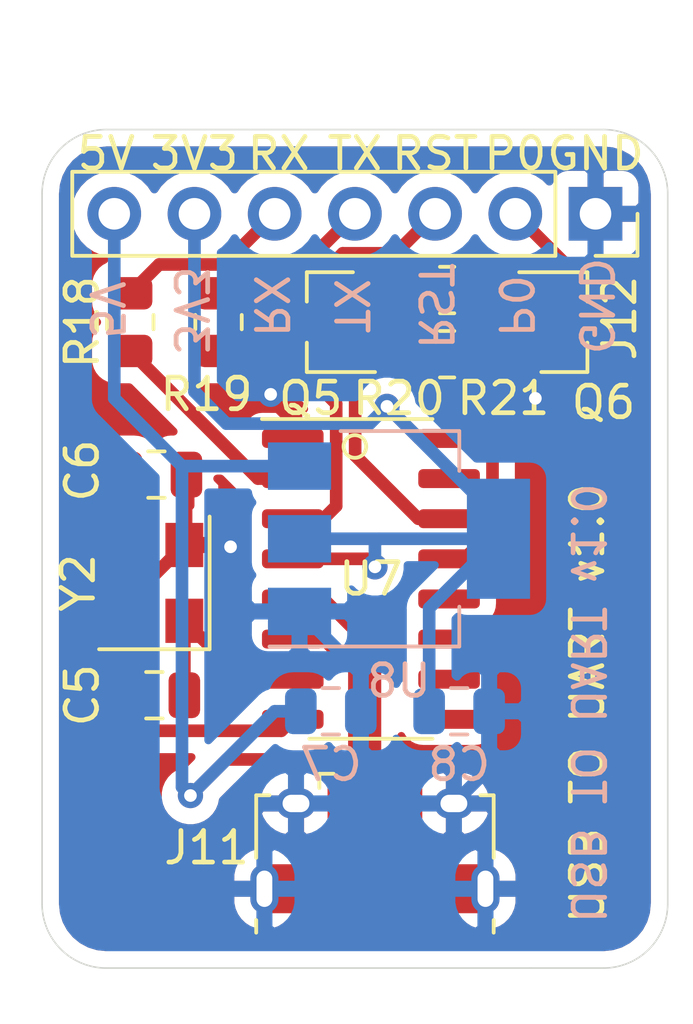
<source format=kicad_pcb>
(kicad_pcb (version 20171130) (host pcbnew "(5.1.7)-1")

  (general
    (thickness 1.6)
    (drawings 27)
    (tracks 97)
    (zones 0)
    (modules 15)
    (nets 18)
  )

  (page A4)
  (layers
    (0 F.Cu signal)
    (31 B.Cu signal)
    (32 B.Adhes user)
    (33 F.Adhes user)
    (34 B.Paste user)
    (35 F.Paste user)
    (36 B.SilkS user)
    (37 F.SilkS user)
    (38 B.Mask user)
    (39 F.Mask user)
    (40 Dwgs.User user)
    (41 Cmts.User user)
    (42 Eco1.User user)
    (43 Eco2.User user)
    (44 Edge.Cuts user)
    (45 Margin user)
    (46 B.CrtYd user)
    (47 F.CrtYd user)
    (48 B.Fab user)
    (49 F.Fab user)
  )

  (setup
    (last_trace_width 0.25)
    (user_trace_width 0.3)
    (user_trace_width 0.4)
    (user_trace_width 0.6)
    (user_trace_width 0.8)
    (user_trace_width 1)
    (user_trace_width 1.5)
    (user_trace_width 2.5)
    (user_trace_width 4)
    (trace_clearance 0.2)
    (zone_clearance 0.508)
    (zone_45_only no)
    (trace_min 0.2)
    (via_size 0.8)
    (via_drill 0.4)
    (via_min_size 0.4)
    (via_min_drill 0.3)
    (uvia_size 0.3)
    (uvia_drill 0.1)
    (uvias_allowed no)
    (uvia_min_size 0.2)
    (uvia_min_drill 0.1)
    (edge_width 0.05)
    (segment_width 0.2)
    (pcb_text_width 0.3)
    (pcb_text_size 1.5 1.5)
    (mod_edge_width 0.12)
    (mod_text_size 1 1)
    (mod_text_width 0.15)
    (pad_size 4.5 4.5)
    (pad_drill 2.7)
    (pad_to_mask_clearance 0)
    (aux_axis_origin 0 0)
    (visible_elements 7FFFFFFF)
    (pcbplotparams
      (layerselection 0x010f0_ffffffff)
      (usegerberextensions false)
      (usegerberattributes true)
      (usegerberadvancedattributes true)
      (creategerberjobfile true)
      (excludeedgelayer true)
      (linewidth 0.100000)
      (plotframeref false)
      (viasonmask false)
      (mode 1)
      (useauxorigin false)
      (hpglpennumber 1)
      (hpglpenspeed 20)
      (hpglpendiameter 15.000000)
      (psnegative false)
      (psa4output false)
      (plotreference true)
      (plotvalue true)
      (plotinvisibletext false)
      (padsonsilk true)
      (subtractmaskfromsilk false)
      (outputformat 1)
      (mirror false)
      (drillshape 0)
      (scaleselection 1)
      (outputdirectory "Gerber/"))
  )

  (net 0 "")
  (net 1 "Net-(C5-Pad1)")
  (net 2 "Net-(C6-Pad1)")
  (net 3 "Net-(C7-Pad1)")
  (net 4 "Net-(C8-Pad1)")
  (net 5 "Net-(J11-Pad2)")
  (net 6 "Net-(J11-Pad3)")
  (net 7 "Net-(J12-Pad2)")
  (net 8 "Net-(J12-Pad3)")
  (net 9 "Net-(J12-Pad4)")
  (net 10 "Net-(J12-Pad5)")
  (net 11 RTS1)
  (net 12 "Net-(Q5-Pad1)")
  (net 13 "Net-(Q6-Pad1)")
  (net 14 DTR1)
  (net 15 "Net-(C5-Pad2)")
  (net 16 "Net-(R18-Pad2)")
  (net 17 "Net-(R19-Pad1)")

  (net_class Default "This is the default net class."
    (clearance 0.2)
    (trace_width 0.25)
    (via_dia 0.8)
    (via_drill 0.4)
    (uvia_dia 0.3)
    (uvia_drill 0.1)
    (add_net DTR1)
    (add_net "Net-(C5-Pad1)")
    (add_net "Net-(C5-Pad2)")
    (add_net "Net-(C6-Pad1)")
    (add_net "Net-(C7-Pad1)")
    (add_net "Net-(C8-Pad1)")
    (add_net "Net-(J11-Pad2)")
    (add_net "Net-(J11-Pad3)")
    (add_net "Net-(J12-Pad2)")
    (add_net "Net-(J12-Pad3)")
    (add_net "Net-(J12-Pad4)")
    (add_net "Net-(J12-Pad5)")
    (add_net "Net-(Q5-Pad1)")
    (add_net "Net-(Q6-Pad1)")
    (add_net "Net-(R18-Pad2)")
    (add_net "Net-(R19-Pad1)")
    (add_net RTS1)
  )

  (net_class 230 ""
    (clearance 0.2)
    (trace_width 2.5)
    (via_dia 0.8)
    (via_drill 0.4)
    (uvia_dia 0.4)
    (uvia_drill 0.1)
  )

  (module Capacitor_SMD:C_0805_2012Metric (layer F.Cu) (tedit 5F68FEEE) (tstamp 603611F7)
    (at 127.508 88.773 180)
    (descr "Capacitor SMD 0805 (2012 Metric), square (rectangular) end terminal, IPC_7351 nominal, (Body size source: IPC-SM-782 page 76, https://www.pcb-3d.com/wordpress/wp-content/uploads/ipc-sm-782a_amendment_1_and_2.pdf, https://docs.google.com/spreadsheets/d/1BsfQQcO9C6DZCsRaXUlFlo91Tg2WpOkGARC1WS5S8t0/edit?usp=sharing), generated with kicad-footprint-generator")
    (tags capacitor)
    (path /61CBEF7F)
    (attr smd)
    (fp_text reference C5 (at 2.286 0 90) (layer F.SilkS)
      (effects (font (size 1 1) (thickness 0.15)))
    )
    (fp_text value 10p (at 0 1.68) (layer F.Fab)
      (effects (font (size 1 1) (thickness 0.15)))
    )
    (fp_line (start 1.7 0.98) (end -1.7 0.98) (layer F.CrtYd) (width 0.05))
    (fp_line (start 1.7 -0.98) (end 1.7 0.98) (layer F.CrtYd) (width 0.05))
    (fp_line (start -1.7 -0.98) (end 1.7 -0.98) (layer F.CrtYd) (width 0.05))
    (fp_line (start -1.7 0.98) (end -1.7 -0.98) (layer F.CrtYd) (width 0.05))
    (fp_line (start -0.261252 0.735) (end 0.261252 0.735) (layer F.SilkS) (width 0.12))
    (fp_line (start -0.261252 -0.735) (end 0.261252 -0.735) (layer F.SilkS) (width 0.12))
    (fp_line (start 1 0.625) (end -1 0.625) (layer F.Fab) (width 0.1))
    (fp_line (start 1 -0.625) (end 1 0.625) (layer F.Fab) (width 0.1))
    (fp_line (start -1 -0.625) (end 1 -0.625) (layer F.Fab) (width 0.1))
    (fp_line (start -1 0.625) (end -1 -0.625) (layer F.Fab) (width 0.1))
    (fp_text user %R (at 0 0) (layer F.Fab)
      (effects (font (size 0.5 0.5) (thickness 0.08)))
    )
    (pad 2 smd roundrect (at 0.95 0 180) (size 1 1.45) (layers F.Cu F.Paste F.Mask) (roundrect_rratio 0.25)
      (net 15 "Net-(C5-Pad2)"))
    (pad 1 smd roundrect (at -0.95 0 180) (size 1 1.45) (layers F.Cu F.Paste F.Mask) (roundrect_rratio 0.25)
      (net 1 "Net-(C5-Pad1)"))
    (model ${KISYS3DMOD}/Capacitor_SMD.3dshapes/C_0805_2012Metric.wrl
      (at (xyz 0 0 0))
      (scale (xyz 1 1 1))
      (rotate (xyz 0 0 0))
    )
  )

  (module Capacitor_SMD:C_0805_2012Metric (layer F.Cu) (tedit 5F68FEEE) (tstamp 60361208)
    (at 127.574 81.788)
    (descr "Capacitor SMD 0805 (2012 Metric), square (rectangular) end terminal, IPC_7351 nominal, (Body size source: IPC-SM-782 page 76, https://www.pcb-3d.com/wordpress/wp-content/uploads/ipc-sm-782a_amendment_1_and_2.pdf, https://docs.google.com/spreadsheets/d/1BsfQQcO9C6DZCsRaXUlFlo91Tg2WpOkGARC1WS5S8t0/edit?usp=sharing), generated with kicad-footprint-generator")
    (tags capacitor)
    (path /61CBEF10)
    (attr smd)
    (fp_text reference C6 (at -2.352 -0.127 90) (layer F.SilkS)
      (effects (font (size 1 1) (thickness 0.15)))
    )
    (fp_text value 10p (at 0 1.68) (layer F.Fab)
      (effects (font (size 1 1) (thickness 0.15)))
    )
    (fp_line (start -1 0.625) (end -1 -0.625) (layer F.Fab) (width 0.1))
    (fp_line (start -1 -0.625) (end 1 -0.625) (layer F.Fab) (width 0.1))
    (fp_line (start 1 -0.625) (end 1 0.625) (layer F.Fab) (width 0.1))
    (fp_line (start 1 0.625) (end -1 0.625) (layer F.Fab) (width 0.1))
    (fp_line (start -0.261252 -0.735) (end 0.261252 -0.735) (layer F.SilkS) (width 0.12))
    (fp_line (start -0.261252 0.735) (end 0.261252 0.735) (layer F.SilkS) (width 0.12))
    (fp_line (start -1.7 0.98) (end -1.7 -0.98) (layer F.CrtYd) (width 0.05))
    (fp_line (start -1.7 -0.98) (end 1.7 -0.98) (layer F.CrtYd) (width 0.05))
    (fp_line (start 1.7 -0.98) (end 1.7 0.98) (layer F.CrtYd) (width 0.05))
    (fp_line (start 1.7 0.98) (end -1.7 0.98) (layer F.CrtYd) (width 0.05))
    (fp_text user %R (at 0 0) (layer F.Fab)
      (effects (font (size 0.5 0.5) (thickness 0.08)))
    )
    (pad 1 smd roundrect (at -0.95 0) (size 1 1.45) (layers F.Cu F.Paste F.Mask) (roundrect_rratio 0.25)
      (net 2 "Net-(C6-Pad1)"))
    (pad 2 smd roundrect (at 0.95 0) (size 1 1.45) (layers F.Cu F.Paste F.Mask) (roundrect_rratio 0.25)
      (net 15 "Net-(C5-Pad2)"))
    (model ${KISYS3DMOD}/Capacitor_SMD.3dshapes/C_0805_2012Metric.wrl
      (at (xyz 0 0 0))
      (scale (xyz 1 1 1))
      (rotate (xyz 0 0 0))
    )
  )

  (module Capacitor_SMD:C_0805_2012Metric (layer B.Cu) (tedit 5F68FEEE) (tstamp 60361219)
    (at 133.096 89.281)
    (descr "Capacitor SMD 0805 (2012 Metric), square (rectangular) end terminal, IPC_7351 nominal, (Body size source: IPC-SM-782 page 76, https://www.pcb-3d.com/wordpress/wp-content/uploads/ipc-sm-782a_amendment_1_and_2.pdf, https://docs.google.com/spreadsheets/d/1BsfQQcO9C6DZCsRaXUlFlo91Tg2WpOkGARC1WS5S8t0/edit?usp=sharing), generated with kicad-footprint-generator")
    (tags capacitor)
    (path /61CE37C0)
    (attr smd)
    (fp_text reference C7 (at 0 1.68) (layer B.SilkS)
      (effects (font (size 1 1) (thickness 0.15)) (justify mirror))
    )
    (fp_text value 100n (at 0 -1.68) (layer B.Fab)
      (effects (font (size 1 1) (thickness 0.15)) (justify mirror))
    )
    (fp_line (start -1 -0.625) (end -1 0.625) (layer B.Fab) (width 0.1))
    (fp_line (start -1 0.625) (end 1 0.625) (layer B.Fab) (width 0.1))
    (fp_line (start 1 0.625) (end 1 -0.625) (layer B.Fab) (width 0.1))
    (fp_line (start 1 -0.625) (end -1 -0.625) (layer B.Fab) (width 0.1))
    (fp_line (start -0.261252 0.735) (end 0.261252 0.735) (layer B.SilkS) (width 0.12))
    (fp_line (start -0.261252 -0.735) (end 0.261252 -0.735) (layer B.SilkS) (width 0.12))
    (fp_line (start -1.7 -0.98) (end -1.7 0.98) (layer B.CrtYd) (width 0.05))
    (fp_line (start -1.7 0.98) (end 1.7 0.98) (layer B.CrtYd) (width 0.05))
    (fp_line (start 1.7 0.98) (end 1.7 -0.98) (layer B.CrtYd) (width 0.05))
    (fp_line (start 1.7 -0.98) (end -1.7 -0.98) (layer B.CrtYd) (width 0.05))
    (fp_text user %R (at 0 0) (layer B.Fab)
      (effects (font (size 0.5 0.5) (thickness 0.08)) (justify mirror))
    )
    (pad 1 smd roundrect (at -0.95 0) (size 1 1.45) (layers B.Cu B.Paste B.Mask) (roundrect_rratio 0.25)
      (net 3 "Net-(C7-Pad1)"))
    (pad 2 smd roundrect (at 0.95 0) (size 1 1.45) (layers B.Cu B.Paste B.Mask) (roundrect_rratio 0.25)
      (net 15 "Net-(C5-Pad2)"))
    (model ${KISYS3DMOD}/Capacitor_SMD.3dshapes/C_0805_2012Metric.wrl
      (at (xyz 0 0 0))
      (scale (xyz 1 1 1))
      (rotate (xyz 0 0 0))
    )
  )

  (module Capacitor_SMD:C_0805_2012Metric (layer B.Cu) (tedit 5F68FEEE) (tstamp 6036122A)
    (at 137.16 89.281)
    (descr "Capacitor SMD 0805 (2012 Metric), square (rectangular) end terminal, IPC_7351 nominal, (Body size source: IPC-SM-782 page 76, https://www.pcb-3d.com/wordpress/wp-content/uploads/ipc-sm-782a_amendment_1_and_2.pdf, https://docs.google.com/spreadsheets/d/1BsfQQcO9C6DZCsRaXUlFlo91Tg2WpOkGARC1WS5S8t0/edit?usp=sharing), generated with kicad-footprint-generator")
    (tags capacitor)
    (path /61CE37C6)
    (attr smd)
    (fp_text reference C8 (at 0 1.68) (layer B.SilkS)
      (effects (font (size 1 1) (thickness 0.15)) (justify mirror))
    )
    (fp_text value 100n (at 0 -1.68) (layer B.Fab)
      (effects (font (size 1 1) (thickness 0.15)) (justify mirror))
    )
    (fp_line (start 1.7 -0.98) (end -1.7 -0.98) (layer B.CrtYd) (width 0.05))
    (fp_line (start 1.7 0.98) (end 1.7 -0.98) (layer B.CrtYd) (width 0.05))
    (fp_line (start -1.7 0.98) (end 1.7 0.98) (layer B.CrtYd) (width 0.05))
    (fp_line (start -1.7 -0.98) (end -1.7 0.98) (layer B.CrtYd) (width 0.05))
    (fp_line (start -0.261252 -0.735) (end 0.261252 -0.735) (layer B.SilkS) (width 0.12))
    (fp_line (start -0.261252 0.735) (end 0.261252 0.735) (layer B.SilkS) (width 0.12))
    (fp_line (start 1 -0.625) (end -1 -0.625) (layer B.Fab) (width 0.1))
    (fp_line (start 1 0.625) (end 1 -0.625) (layer B.Fab) (width 0.1))
    (fp_line (start -1 0.625) (end 1 0.625) (layer B.Fab) (width 0.1))
    (fp_line (start -1 -0.625) (end -1 0.625) (layer B.Fab) (width 0.1))
    (fp_text user %R (at 0 0) (layer B.Fab)
      (effects (font (size 0.5 0.5) (thickness 0.08)) (justify mirror))
    )
    (pad 2 smd roundrect (at 0.95 0) (size 1 1.45) (layers B.Cu B.Paste B.Mask) (roundrect_rratio 0.25)
      (net 15 "Net-(C5-Pad2)"))
    (pad 1 smd roundrect (at -0.95 0) (size 1 1.45) (layers B.Cu B.Paste B.Mask) (roundrect_rratio 0.25)
      (net 4 "Net-(C8-Pad1)"))
    (model ${KISYS3DMOD}/Capacitor_SMD.3dshapes/C_0805_2012Metric.wrl
      (at (xyz 0 0 0))
      (scale (xyz 1 1 1))
      (rotate (xyz 0 0 0))
    )
  )

  (module Connector_USB:USB_Micro-B_Amphenol_10118194_Horizontal (layer F.Cu) (tedit 5F2142B6) (tstamp 60361253)
    (at 134.493 93.599)
    (descr "USB Micro-B receptacle, horizontal, SMD, 10118194, https://cdn.amphenol-icc.com/media/wysiwyg/files/drawing/10118194.pdf")
    (tags "USB Micro B horizontal SMD")
    (path /6218F2BB)
    (attr smd)
    (fp_text reference J11 (at -5.334 0) (layer F.SilkS)
      (effects (font (size 1 1) (thickness 0.15)))
    )
    (fp_text value USB_B_Micro (at 0 4.75) (layer F.Fab)
      (effects (font (size 1 1) (thickness 0.15)))
    )
    (fp_line (start -3.65 -0.55) (end -2.65 -1.55) (layer F.Fab) (width 0.1))
    (fp_line (start -1.76 -1.89) (end -1.76 -2.34) (layer F.SilkS) (width 0.12))
    (fp_line (start -1.31 -2.34) (end -1.76 -2.34) (layer F.SilkS) (width 0.12))
    (fp_line (start 4.45 -2.58) (end 4.45 3.95) (layer F.CrtYd) (width 0.05))
    (fp_line (start -4.45 -2.58) (end -4.45 3.95) (layer F.CrtYd) (width 0.05))
    (fp_line (start -4.45 -2.58) (end 4.45 -2.58) (layer F.CrtYd) (width 0.05))
    (fp_line (start -4.45 3.95) (end 4.45 3.95) (layer F.CrtYd) (width 0.05))
    (fp_line (start 3 2.75) (end -3 2.75) (layer Dwgs.User) (width 0.1))
    (fp_line (start -3.76 -1.66) (end -3.34 -1.66) (layer F.SilkS) (width 0.12))
    (fp_line (start -3.76 0.32) (end -3.76 -1.66) (layer F.SilkS) (width 0.12))
    (fp_line (start -3.76 2.69) (end -3.76 2.29) (layer F.SilkS) (width 0.12))
    (fp_line (start 3.76 2.29) (end 3.76 2.69) (layer F.SilkS) (width 0.12))
    (fp_line (start 3.76 -1.66) (end 3.34 -1.66) (layer F.SilkS) (width 0.12))
    (fp_line (start 3.76 0.32) (end 3.76 -1.66) (layer F.SilkS) (width 0.12))
    (fp_line (start -3.65 3.45) (end -3.65 -0.55) (layer F.Fab) (width 0.1))
    (fp_line (start 3.65 3.45) (end -3.65 3.45) (layer F.Fab) (width 0.1))
    (fp_line (start 3.65 -1.55) (end 3.65 3.45) (layer F.Fab) (width 0.1))
    (fp_line (start -2.65 -1.55) (end 3.65 -1.55) (layer F.Fab) (width 0.1))
    (fp_text user %R (at 0 -0.05) (layer F.Fab)
      (effects (font (size 1 1) (thickness 0.15)))
    )
    (fp_text user "PCB Edge" (at 0 2.75) (layer Dwgs.User)
      (effects (font (size 0.5 0.5) (thickness 0.08)))
    )
    (pad 1 smd rect (at -1.3 -1.4) (size 0.4 1.35) (layers F.Cu F.Paste F.Mask)
      (net 3 "Net-(C7-Pad1)"))
    (pad 2 smd rect (at -0.65 -1.4) (size 0.4 1.35) (layers F.Cu F.Paste F.Mask)
      (net 5 "Net-(J11-Pad2)"))
    (pad 3 smd rect (at 0 -1.4) (size 0.4 1.35) (layers F.Cu F.Paste F.Mask)
      (net 6 "Net-(J11-Pad3)"))
    (pad 4 smd rect (at 0.65 -1.4) (size 0.4 1.35) (layers F.Cu F.Paste F.Mask))
    (pad 5 smd rect (at 1.3 -1.4) (size 0.4 1.35) (layers F.Cu F.Paste F.Mask)
      (net 15 "Net-(C5-Pad2)"))
    (pad 6 thru_hole oval (at -2.5 -1.4) (size 1.25 0.95) (drill oval 0.85 0.55) (layers *.Cu *.Mask)
      (net 15 "Net-(C5-Pad2)"))
    (pad "" smd oval (at -3.5 1.3) (size 0.89 1.55) (layers F.Paste))
    (pad 6 thru_hole oval (at 2.5 -1.4) (size 1.25 0.95) (drill oval 0.85 0.55) (layers *.Cu *.Mask)
      (net 15 "Net-(C5-Pad2)"))
    (pad 6 smd rect (at -1 1.3) (size 1.5 1.55) (layers F.Cu F.Paste F.Mask)
      (net 15 "Net-(C5-Pad2)"))
    (pad 6 smd rect (at 1 1.3) (size 1.5 1.55) (layers F.Cu F.Paste F.Mask)
      (net 15 "Net-(C5-Pad2)"))
    (pad "" smd oval (at 3.5 1.3) (size 0.89 1.55) (layers F.Paste))
    (pad 6 smd rect (at -2.9 1.3) (size 1.2 1.55) (layers F.Cu F.Paste F.Mask)
      (net 15 "Net-(C5-Pad2)"))
    (pad 6 smd rect (at 2.9 1.3) (size 1.2 1.55) (layers F.Cu F.Paste F.Mask)
      (net 15 "Net-(C5-Pad2)"))
    (pad 6 thru_hole oval (at -3.5 1.3) (size 0.89 1.55) (drill oval 0.5 1.15) (layers *.Cu *.Mask)
      (net 15 "Net-(C5-Pad2)"))
    (pad 6 thru_hole oval (at 3.5 1.3) (size 0.89 1.55) (drill oval 0.5 1.15) (layers *.Cu *.Mask)
      (net 15 "Net-(C5-Pad2)"))
    (pad "" smd oval (at -2.5 -1.4) (size 1.25 0.95) (layers F.Paste))
    (pad "" smd oval (at 2.5 -1.4) (size 1.25 0.95) (layers F.Paste))
    (model ${KISYS3DMOD}/Connector_USB.3dshapes/USB_Micro-B_Amphenol_10118194_Horizontal.wrl
      (at (xyz 0 0 0))
      (scale (xyz 1 1 1))
      (rotate (xyz 0 0 0))
    )
  )

  (module Package_TO_SOT_SMD:SOT-23 (layer F.Cu) (tedit 5A02FF57) (tstamp 603612C1)
    (at 133.096 76.962 180)
    (descr "SOT-23, Standard")
    (tags SOT-23)
    (path /61CBEF03)
    (attr smd)
    (fp_text reference Q5 (at 0.635 -2.413) (layer F.SilkS)
      (effects (font (size 1 1) (thickness 0.15)))
    )
    (fp_text value SS8050-H (at 0 2.5) (layer F.Fab)
      (effects (font (size 1 1) (thickness 0.15)))
    )
    (fp_line (start 0.76 1.58) (end -0.7 1.58) (layer F.SilkS) (width 0.12))
    (fp_line (start 0.76 -1.58) (end -1.4 -1.58) (layer F.SilkS) (width 0.12))
    (fp_line (start -1.7 1.75) (end -1.7 -1.75) (layer F.CrtYd) (width 0.05))
    (fp_line (start 1.7 1.75) (end -1.7 1.75) (layer F.CrtYd) (width 0.05))
    (fp_line (start 1.7 -1.75) (end 1.7 1.75) (layer F.CrtYd) (width 0.05))
    (fp_line (start -1.7 -1.75) (end 1.7 -1.75) (layer F.CrtYd) (width 0.05))
    (fp_line (start 0.76 -1.58) (end 0.76 -0.65) (layer F.SilkS) (width 0.12))
    (fp_line (start 0.76 1.58) (end 0.76 0.65) (layer F.SilkS) (width 0.12))
    (fp_line (start -0.7 1.52) (end 0.7 1.52) (layer F.Fab) (width 0.1))
    (fp_line (start 0.7 -1.52) (end 0.7 1.52) (layer F.Fab) (width 0.1))
    (fp_line (start -0.7 -0.95) (end -0.15 -1.52) (layer F.Fab) (width 0.1))
    (fp_line (start -0.15 -1.52) (end 0.7 -1.52) (layer F.Fab) (width 0.1))
    (fp_line (start -0.7 -0.95) (end -0.7 1.5) (layer F.Fab) (width 0.1))
    (fp_text user %R (at 0 0 90) (layer F.Fab)
      (effects (font (size 0.5 0.5) (thickness 0.075)))
    )
    (pad 3 smd rect (at 1 0 180) (size 0.9 0.8) (layers F.Cu F.Paste F.Mask)
      (net 8 "Net-(J12-Pad3)"))
    (pad 2 smd rect (at -1 0.95 180) (size 0.9 0.8) (layers F.Cu F.Paste F.Mask)
      (net 11 RTS1))
    (pad 1 smd rect (at -1 -0.95 180) (size 0.9 0.8) (layers F.Cu F.Paste F.Mask)
      (net 12 "Net-(Q5-Pad1)"))
    (model ${KISYS3DMOD}/Package_TO_SOT_SMD.3dshapes/SOT-23.wrl
      (at (xyz 0 0 0))
      (scale (xyz 1 1 1))
      (rotate (xyz 0 0 0))
    )
  )

  (module Package_TO_SOT_SMD:SOT-23 (layer F.Cu) (tedit 5A02FF57) (tstamp 603612D6)
    (at 140.462 76.962)
    (descr "SOT-23, Standard")
    (tags SOT-23)
    (path /61CBEEFD)
    (attr smd)
    (fp_text reference Q6 (at 1.27 2.54) (layer F.SilkS)
      (effects (font (size 1 1) (thickness 0.15)))
    )
    (fp_text value SS8050-H (at 0 2.5) (layer F.Fab)
      (effects (font (size 1 1) (thickness 0.15)))
    )
    (fp_line (start -0.7 -0.95) (end -0.7 1.5) (layer F.Fab) (width 0.1))
    (fp_line (start -0.15 -1.52) (end 0.7 -1.52) (layer F.Fab) (width 0.1))
    (fp_line (start -0.7 -0.95) (end -0.15 -1.52) (layer F.Fab) (width 0.1))
    (fp_line (start 0.7 -1.52) (end 0.7 1.52) (layer F.Fab) (width 0.1))
    (fp_line (start -0.7 1.52) (end 0.7 1.52) (layer F.Fab) (width 0.1))
    (fp_line (start 0.76 1.58) (end 0.76 0.65) (layer F.SilkS) (width 0.12))
    (fp_line (start 0.76 -1.58) (end 0.76 -0.65) (layer F.SilkS) (width 0.12))
    (fp_line (start -1.7 -1.75) (end 1.7 -1.75) (layer F.CrtYd) (width 0.05))
    (fp_line (start 1.7 -1.75) (end 1.7 1.75) (layer F.CrtYd) (width 0.05))
    (fp_line (start 1.7 1.75) (end -1.7 1.75) (layer F.CrtYd) (width 0.05))
    (fp_line (start -1.7 1.75) (end -1.7 -1.75) (layer F.CrtYd) (width 0.05))
    (fp_line (start 0.76 -1.58) (end -1.4 -1.58) (layer F.SilkS) (width 0.12))
    (fp_line (start 0.76 1.58) (end -0.7 1.58) (layer F.SilkS) (width 0.12))
    (fp_text user %R (at 0 0 90) (layer F.Fab)
      (effects (font (size 0.5 0.5) (thickness 0.075)))
    )
    (pad 1 smd rect (at -1 -0.95) (size 0.9 0.8) (layers F.Cu F.Paste F.Mask)
      (net 13 "Net-(Q6-Pad1)"))
    (pad 2 smd rect (at -1 0.95) (size 0.9 0.8) (layers F.Cu F.Paste F.Mask)
      (net 14 DTR1))
    (pad 3 smd rect (at 1 0) (size 0.9 0.8) (layers F.Cu F.Paste F.Mask)
      (net 7 "Net-(J12-Pad2)"))
    (model ${KISYS3DMOD}/Package_TO_SOT_SMD.3dshapes/SOT-23.wrl
      (at (xyz 0 0 0))
      (scale (xyz 1 1 1))
      (rotate (xyz 0 0 0))
    )
  )

  (module Resistor_SMD:R_0805_2012Metric (layer F.Cu) (tedit 5F68FEEE) (tstamp 603612E7)
    (at 126.746 76.962 270)
    (descr "Resistor SMD 0805 (2012 Metric), square (rectangular) end terminal, IPC_7351 nominal, (Body size source: IPC-SM-782 page 72, https://www.pcb-3d.com/wordpress/wp-content/uploads/ipc-sm-782a_amendment_1_and_2.pdf), generated with kicad-footprint-generator")
    (tags resistor)
    (path /61CBEF9D)
    (attr smd)
    (fp_text reference R18 (at 0 1.524 90) (layer F.SilkS)
      (effects (font (size 1 1) (thickness 0.15)))
    )
    (fp_text value 470 (at 0 1.65 90) (layer F.Fab)
      (effects (font (size 1 1) (thickness 0.15)))
    )
    (fp_line (start -1 0.625) (end -1 -0.625) (layer F.Fab) (width 0.1))
    (fp_line (start -1 -0.625) (end 1 -0.625) (layer F.Fab) (width 0.1))
    (fp_line (start 1 -0.625) (end 1 0.625) (layer F.Fab) (width 0.1))
    (fp_line (start 1 0.625) (end -1 0.625) (layer F.Fab) (width 0.1))
    (fp_line (start -0.227064 -0.735) (end 0.227064 -0.735) (layer F.SilkS) (width 0.12))
    (fp_line (start -0.227064 0.735) (end 0.227064 0.735) (layer F.SilkS) (width 0.12))
    (fp_line (start -1.68 0.95) (end -1.68 -0.95) (layer F.CrtYd) (width 0.05))
    (fp_line (start -1.68 -0.95) (end 1.68 -0.95) (layer F.CrtYd) (width 0.05))
    (fp_line (start 1.68 -0.95) (end 1.68 0.95) (layer F.CrtYd) (width 0.05))
    (fp_line (start 1.68 0.95) (end -1.68 0.95) (layer F.CrtYd) (width 0.05))
    (fp_text user %R (at 0 0 90) (layer F.Fab)
      (effects (font (size 0.5 0.5) (thickness 0.08)))
    )
    (pad 1 smd roundrect (at -0.9125 0 270) (size 1.025 1.4) (layers F.Cu F.Paste F.Mask) (roundrect_rratio 0.2439004878048781)
      (net 10 "Net-(J12-Pad5)"))
    (pad 2 smd roundrect (at 0.9125 0 270) (size 1.025 1.4) (layers F.Cu F.Paste F.Mask) (roundrect_rratio 0.2439004878048781)
      (net 16 "Net-(R18-Pad2)"))
    (model ${KISYS3DMOD}/Resistor_SMD.3dshapes/R_0805_2012Metric.wrl
      (at (xyz 0 0 0))
      (scale (xyz 1 1 1))
      (rotate (xyz 0 0 0))
    )
  )

  (module Resistor_SMD:R_0805_2012Metric (layer F.Cu) (tedit 5F68FEEE) (tstamp 603612F8)
    (at 129.54 76.962 90)
    (descr "Resistor SMD 0805 (2012 Metric), square (rectangular) end terminal, IPC_7351 nominal, (Body size source: IPC-SM-782 page 72, https://www.pcb-3d.com/wordpress/wp-content/uploads/ipc-sm-782a_amendment_1_and_2.pdf), generated with kicad-footprint-generator")
    (tags resistor)
    (path /61CBEFA4)
    (attr smd)
    (fp_text reference R19 (at -2.286 -0.381) (layer F.SilkS)
      (effects (font (size 1 1) (thickness 0.15)))
    )
    (fp_text value 470 (at 0 1.65 90) (layer F.Fab)
      (effects (font (size 1 1) (thickness 0.15)))
    )
    (fp_line (start 1.68 0.95) (end -1.68 0.95) (layer F.CrtYd) (width 0.05))
    (fp_line (start 1.68 -0.95) (end 1.68 0.95) (layer F.CrtYd) (width 0.05))
    (fp_line (start -1.68 -0.95) (end 1.68 -0.95) (layer F.CrtYd) (width 0.05))
    (fp_line (start -1.68 0.95) (end -1.68 -0.95) (layer F.CrtYd) (width 0.05))
    (fp_line (start -0.227064 0.735) (end 0.227064 0.735) (layer F.SilkS) (width 0.12))
    (fp_line (start -0.227064 -0.735) (end 0.227064 -0.735) (layer F.SilkS) (width 0.12))
    (fp_line (start 1 0.625) (end -1 0.625) (layer F.Fab) (width 0.1))
    (fp_line (start 1 -0.625) (end 1 0.625) (layer F.Fab) (width 0.1))
    (fp_line (start -1 -0.625) (end 1 -0.625) (layer F.Fab) (width 0.1))
    (fp_line (start -1 0.625) (end -1 -0.625) (layer F.Fab) (width 0.1))
    (fp_text user %R (at 0 0 90) (layer F.Fab)
      (effects (font (size 0.5 0.5) (thickness 0.08)))
    )
    (pad 2 smd roundrect (at 0.9125 0 90) (size 1.025 1.4) (layers F.Cu F.Paste F.Mask) (roundrect_rratio 0.2439004878048781)
      (net 9 "Net-(J12-Pad4)"))
    (pad 1 smd roundrect (at -0.9125 0 90) (size 1.025 1.4) (layers F.Cu F.Paste F.Mask) (roundrect_rratio 0.2439004878048781)
      (net 17 "Net-(R19-Pad1)"))
    (model ${KISYS3DMOD}/Resistor_SMD.3dshapes/R_0805_2012Metric.wrl
      (at (xyz 0 0 0))
      (scale (xyz 1 1 1))
      (rotate (xyz 0 0 0))
    )
  )

  (module Resistor_SMD:R_0805_2012Metric (layer F.Cu) (tedit 5F68FEEE) (tstamp 60361309)
    (at 136.779 77.978)
    (descr "Resistor SMD 0805 (2012 Metric), square (rectangular) end terminal, IPC_7351 nominal, (Body size source: IPC-SM-782 page 72, https://www.pcb-3d.com/wordpress/wp-content/uploads/ipc-sm-782a_amendment_1_and_2.pdf), generated with kicad-footprint-generator")
    (tags resistor)
    (path /61CBEF46)
    (attr smd)
    (fp_text reference R20 (at -1.524 1.397) (layer F.SilkS)
      (effects (font (size 1 1) (thickness 0.15)))
    )
    (fp_text value 1k (at 0 1.65) (layer F.Fab)
      (effects (font (size 1 1) (thickness 0.15)))
    )
    (fp_line (start -1 0.625) (end -1 -0.625) (layer F.Fab) (width 0.1))
    (fp_line (start -1 -0.625) (end 1 -0.625) (layer F.Fab) (width 0.1))
    (fp_line (start 1 -0.625) (end 1 0.625) (layer F.Fab) (width 0.1))
    (fp_line (start 1 0.625) (end -1 0.625) (layer F.Fab) (width 0.1))
    (fp_line (start -0.227064 -0.735) (end 0.227064 -0.735) (layer F.SilkS) (width 0.12))
    (fp_line (start -0.227064 0.735) (end 0.227064 0.735) (layer F.SilkS) (width 0.12))
    (fp_line (start -1.68 0.95) (end -1.68 -0.95) (layer F.CrtYd) (width 0.05))
    (fp_line (start -1.68 -0.95) (end 1.68 -0.95) (layer F.CrtYd) (width 0.05))
    (fp_line (start 1.68 -0.95) (end 1.68 0.95) (layer F.CrtYd) (width 0.05))
    (fp_line (start 1.68 0.95) (end -1.68 0.95) (layer F.CrtYd) (width 0.05))
    (fp_text user %R (at 0 0) (layer F.Fab)
      (effects (font (size 0.5 0.5) (thickness 0.08)))
    )
    (pad 1 smd roundrect (at -0.9125 0) (size 1.025 1.4) (layers F.Cu F.Paste F.Mask) (roundrect_rratio 0.2439004878048781)
      (net 12 "Net-(Q5-Pad1)"))
    (pad 2 smd roundrect (at 0.9125 0) (size 1.025 1.4) (layers F.Cu F.Paste F.Mask) (roundrect_rratio 0.2439004878048781)
      (net 14 DTR1))
    (model ${KISYS3DMOD}/Resistor_SMD.3dshapes/R_0805_2012Metric.wrl
      (at (xyz 0 0 0))
      (scale (xyz 1 1 1))
      (rotate (xyz 0 0 0))
    )
  )

  (module Resistor_SMD:R_0805_2012Metric (layer F.Cu) (tedit 5F68FEEE) (tstamp 6036131A)
    (at 136.779 75.946 180)
    (descr "Resistor SMD 0805 (2012 Metric), square (rectangular) end terminal, IPC_7351 nominal, (Body size source: IPC-SM-782 page 72, https://www.pcb-3d.com/wordpress/wp-content/uploads/ipc-sm-782a_amendment_1_and_2.pdf), generated with kicad-footprint-generator")
    (tags resistor)
    (path /61CBEF4C)
    (attr smd)
    (fp_text reference R21 (at -1.778 -3.429) (layer F.SilkS)
      (effects (font (size 1 1) (thickness 0.15)))
    )
    (fp_text value 1k (at 0 1.65) (layer F.Fab)
      (effects (font (size 1 1) (thickness 0.15)))
    )
    (fp_line (start 1.68 0.95) (end -1.68 0.95) (layer F.CrtYd) (width 0.05))
    (fp_line (start 1.68 -0.95) (end 1.68 0.95) (layer F.CrtYd) (width 0.05))
    (fp_line (start -1.68 -0.95) (end 1.68 -0.95) (layer F.CrtYd) (width 0.05))
    (fp_line (start -1.68 0.95) (end -1.68 -0.95) (layer F.CrtYd) (width 0.05))
    (fp_line (start -0.227064 0.735) (end 0.227064 0.735) (layer F.SilkS) (width 0.12))
    (fp_line (start -0.227064 -0.735) (end 0.227064 -0.735) (layer F.SilkS) (width 0.12))
    (fp_line (start 1 0.625) (end -1 0.625) (layer F.Fab) (width 0.1))
    (fp_line (start 1 -0.625) (end 1 0.625) (layer F.Fab) (width 0.1))
    (fp_line (start -1 -0.625) (end 1 -0.625) (layer F.Fab) (width 0.1))
    (fp_line (start -1 0.625) (end -1 -0.625) (layer F.Fab) (width 0.1))
    (fp_text user %R (at 0 0) (layer F.Fab)
      (effects (font (size 0.5 0.5) (thickness 0.08)))
    )
    (pad 2 smd roundrect (at 0.9125 0 180) (size 1.025 1.4) (layers F.Cu F.Paste F.Mask) (roundrect_rratio 0.2439004878048781)
      (net 11 RTS1))
    (pad 1 smd roundrect (at -0.9125 0 180) (size 1.025 1.4) (layers F.Cu F.Paste F.Mask) (roundrect_rratio 0.2439004878048781)
      (net 13 "Net-(Q6-Pad1)"))
    (model ${KISYS3DMOD}/Resistor_SMD.3dshapes/R_0805_2012Metric.wrl
      (at (xyz 0 0 0))
      (scale (xyz 1 1 1))
      (rotate (xyz 0 0 0))
    )
  )

  (module Package_SO:SOIC-16_3.9x9.9mm_P1.27mm (layer F.Cu) (tedit 5D9F72B1) (tstamp 6036133C)
    (at 134.366 85.09)
    (descr "SOIC, 16 Pin (JEDEC MS-012AC, https://www.analog.com/media/en/package-pcb-resources/package/pkg_pdf/soic_narrow-r/r_16.pdf), generated with kicad-footprint-generator ipc_gullwing_generator.py")
    (tags "SOIC SO")
    (path /61CBEF09)
    (attr smd)
    (fp_text reference U7 (at 0 0) (layer F.SilkS)
      (effects (font (size 1 1) (thickness 0.15)))
    )
    (fp_text value CH340G (at 0 5.9) (layer F.Fab)
      (effects (font (size 1 1) (thickness 0.15)))
    )
    (fp_line (start 0 5.06) (end 1.95 5.06) (layer F.SilkS) (width 0.12))
    (fp_line (start 0 5.06) (end -1.95 5.06) (layer F.SilkS) (width 0.12))
    (fp_line (start 0 -5.06) (end 1.95 -5.06) (layer F.SilkS) (width 0.12))
    (fp_line (start 0 -5.06) (end -3.45 -5.06) (layer F.SilkS) (width 0.12))
    (fp_line (start -0.975 -4.95) (end 1.95 -4.95) (layer F.Fab) (width 0.1))
    (fp_line (start 1.95 -4.95) (end 1.95 4.95) (layer F.Fab) (width 0.1))
    (fp_line (start 1.95 4.95) (end -1.95 4.95) (layer F.Fab) (width 0.1))
    (fp_line (start -1.95 4.95) (end -1.95 -3.975) (layer F.Fab) (width 0.1))
    (fp_line (start -1.95 -3.975) (end -0.975 -4.95) (layer F.Fab) (width 0.1))
    (fp_line (start -3.7 -5.2) (end -3.7 5.2) (layer F.CrtYd) (width 0.05))
    (fp_line (start -3.7 5.2) (end 3.7 5.2) (layer F.CrtYd) (width 0.05))
    (fp_line (start 3.7 5.2) (end 3.7 -5.2) (layer F.CrtYd) (width 0.05))
    (fp_line (start 3.7 -5.2) (end -3.7 -5.2) (layer F.CrtYd) (width 0.05))
    (fp_text user %R (at 0 0) (layer F.Fab)
      (effects (font (size 0.98 0.98) (thickness 0.15)))
    )
    (pad 1 smd roundrect (at -2.475 -4.445) (size 1.95 0.6) (layers F.Cu F.Paste F.Mask) (roundrect_rratio 0.25)
      (net 15 "Net-(C5-Pad2)"))
    (pad 2 smd roundrect (at -2.475 -3.175) (size 1.95 0.6) (layers F.Cu F.Paste F.Mask) (roundrect_rratio 0.25)
      (net 16 "Net-(R18-Pad2)"))
    (pad 3 smd roundrect (at -2.475 -1.905) (size 1.95 0.6) (layers F.Cu F.Paste F.Mask) (roundrect_rratio 0.25)
      (net 17 "Net-(R19-Pad1)"))
    (pad 4 smd roundrect (at -2.475 -0.635) (size 1.95 0.6) (layers F.Cu F.Paste F.Mask) (roundrect_rratio 0.25)
      (net 4 "Net-(C8-Pad1)"))
    (pad 5 smd roundrect (at -2.475 0.635) (size 1.95 0.6) (layers F.Cu F.Paste F.Mask) (roundrect_rratio 0.25)
      (net 6 "Net-(J11-Pad3)"))
    (pad 6 smd roundrect (at -2.475 1.905) (size 1.95 0.6) (layers F.Cu F.Paste F.Mask) (roundrect_rratio 0.25)
      (net 5 "Net-(J11-Pad2)"))
    (pad 7 smd roundrect (at -2.475 3.175) (size 1.95 0.6) (layers F.Cu F.Paste F.Mask) (roundrect_rratio 0.25)
      (net 1 "Net-(C5-Pad1)"))
    (pad 8 smd roundrect (at -2.475 4.445) (size 1.95 0.6) (layers F.Cu F.Paste F.Mask) (roundrect_rratio 0.25)
      (net 2 "Net-(C6-Pad1)"))
    (pad 9 smd roundrect (at 2.475 4.445) (size 1.95 0.6) (layers F.Cu F.Paste F.Mask) (roundrect_rratio 0.25))
    (pad 10 smd roundrect (at 2.475 3.175) (size 1.95 0.6) (layers F.Cu F.Paste F.Mask) (roundrect_rratio 0.25))
    (pad 11 smd roundrect (at 2.475 1.905) (size 1.95 0.6) (layers F.Cu F.Paste F.Mask) (roundrect_rratio 0.25))
    (pad 12 smd roundrect (at 2.475 0.635) (size 1.95 0.6) (layers F.Cu F.Paste F.Mask) (roundrect_rratio 0.25))
    (pad 13 smd roundrect (at 2.475 -0.635) (size 1.95 0.6) (layers F.Cu F.Paste F.Mask) (roundrect_rratio 0.25)
      (net 14 DTR1))
    (pad 14 smd roundrect (at 2.475 -1.905) (size 1.95 0.6) (layers F.Cu F.Paste F.Mask) (roundrect_rratio 0.25)
      (net 11 RTS1))
    (pad 15 smd roundrect (at 2.475 -3.175) (size 1.95 0.6) (layers F.Cu F.Paste F.Mask) (roundrect_rratio 0.25))
    (pad 16 smd roundrect (at 2.475 -4.445) (size 1.95 0.6) (layers F.Cu F.Paste F.Mask) (roundrect_rratio 0.25)
      (net 4 "Net-(C8-Pad1)"))
    (model ${KISYS3DMOD}/Package_SO.3dshapes/SOIC-16_3.9x9.9mm_P1.27mm.wrl
      (at (xyz 0 0 0))
      (scale (xyz 1 1 1))
      (rotate (xyz 0 0 0))
    )
  )

  (module Package_TO_SOT_SMD:SOT-223-3_TabPin2 (layer B.Cu) (tedit 5A02FF57) (tstamp 60361352)
    (at 135.255 83.82)
    (descr "module CMS SOT223 4 pins")
    (tags "CMS SOT")
    (path /61CE37AA)
    (attr smd)
    (fp_text reference U8 (at 0 4.5) (layer B.SilkS)
      (effects (font (size 1 1) (thickness 0.15)) (justify mirror))
    )
    (fp_text value AMS1117-3.3 (at 0 -4.5) (layer B.Fab)
      (effects (font (size 1 1) (thickness 0.15)) (justify mirror))
    )
    (fp_line (start 1.91 -3.41) (end 1.91 -2.15) (layer B.SilkS) (width 0.12))
    (fp_line (start 1.91 3.41) (end 1.91 2.15) (layer B.SilkS) (width 0.12))
    (fp_line (start 4.4 3.6) (end -4.4 3.6) (layer B.CrtYd) (width 0.05))
    (fp_line (start 4.4 -3.6) (end 4.4 3.6) (layer B.CrtYd) (width 0.05))
    (fp_line (start -4.4 -3.6) (end 4.4 -3.6) (layer B.CrtYd) (width 0.05))
    (fp_line (start -4.4 3.6) (end -4.4 -3.6) (layer B.CrtYd) (width 0.05))
    (fp_line (start -1.85 2.35) (end -0.85 3.35) (layer B.Fab) (width 0.1))
    (fp_line (start -1.85 2.35) (end -1.85 -3.35) (layer B.Fab) (width 0.1))
    (fp_line (start -1.85 -3.41) (end 1.91 -3.41) (layer B.SilkS) (width 0.12))
    (fp_line (start -0.85 3.35) (end 1.85 3.35) (layer B.Fab) (width 0.1))
    (fp_line (start -4.1 3.41) (end 1.91 3.41) (layer B.SilkS) (width 0.12))
    (fp_line (start -1.85 -3.35) (end 1.85 -3.35) (layer B.Fab) (width 0.1))
    (fp_line (start 1.85 3.35) (end 1.85 -3.35) (layer B.Fab) (width 0.1))
    (fp_text user %R (at 0 0 270) (layer B.Fab)
      (effects (font (size 0.8 0.8) (thickness 0.12)) (justify mirror))
    )
    (pad 2 smd rect (at 3.15 0) (size 2 3.8) (layers B.Cu B.Paste B.Mask)
      (net 4 "Net-(C8-Pad1)"))
    (pad 2 smd rect (at -3.15 0) (size 2 1.5) (layers B.Cu B.Paste B.Mask)
      (net 4 "Net-(C8-Pad1)"))
    (pad 3 smd rect (at -3.15 -2.3) (size 2 1.5) (layers B.Cu B.Paste B.Mask)
      (net 3 "Net-(C7-Pad1)"))
    (pad 1 smd rect (at -3.15 2.3) (size 2 1.5) (layers B.Cu B.Paste B.Mask)
      (net 15 "Net-(C5-Pad2)"))
    (model ${KISYS3DMOD}/Package_TO_SOT_SMD.3dshapes/SOT-223.wrl
      (at (xyz 0 0 0))
      (scale (xyz 1 1 1))
      (rotate (xyz 0 0 0))
    )
  )

  (module Crystal:Crystal_SMD_SeikoEpson_FA238V-4Pin_3.2x2.5mm (layer F.Cu) (tedit 5A0FD1B2) (tstamp 6036136A)
    (at 127.508 85.217 90)
    (descr "crystal Epson Toyocom FA-238 series https://support.epson.biz/td/api/doc_check.php?dl=brief_fa-238v_en.pdf, 3.2x2.5mm^2 package")
    (tags "SMD SMT crystal")
    (path /61CBEF74)
    (attr smd)
    (fp_text reference Y2 (at 0 -2.413 90) (layer F.SilkS)
      (effects (font (size 1 1) (thickness 0.15)))
    )
    (fp_text value Crystal_GND24 (at 0 2.55 90) (layer F.Fab)
      (effects (font (size 1 1) (thickness 0.15)))
    )
    (fp_line (start -1.5 -1.25) (end 1.5 -1.25) (layer F.Fab) (width 0.1))
    (fp_line (start 1.5 -1.25) (end 1.6 -1.15) (layer F.Fab) (width 0.1))
    (fp_line (start 1.6 -1.15) (end 1.6 1.15) (layer F.Fab) (width 0.1))
    (fp_line (start 1.6 1.15) (end 1.5 1.25) (layer F.Fab) (width 0.1))
    (fp_line (start 1.5 1.25) (end -1.5 1.25) (layer F.Fab) (width 0.1))
    (fp_line (start -1.5 1.25) (end -1.6 1.15) (layer F.Fab) (width 0.1))
    (fp_line (start -1.6 1.15) (end -1.6 -1.15) (layer F.Fab) (width 0.1))
    (fp_line (start -1.6 -1.15) (end -1.5 -1.25) (layer F.Fab) (width 0.1))
    (fp_line (start -1.6 0.25) (end -0.6 1.25) (layer F.Fab) (width 0.1))
    (fp_line (start -2.1 -1.75) (end -2.1 1.75) (layer F.SilkS) (width 0.12))
    (fp_line (start -2.1 1.75) (end 2.1 1.75) (layer F.SilkS) (width 0.12))
    (fp_line (start -2.2 -1.8) (end -2.2 1.8) (layer F.CrtYd) (width 0.05))
    (fp_line (start -2.2 1.8) (end 2.2 1.8) (layer F.CrtYd) (width 0.05))
    (fp_line (start 2.2 1.8) (end 2.2 -1.8) (layer F.CrtYd) (width 0.05))
    (fp_line (start 2.2 -1.8) (end -2.2 -1.8) (layer F.CrtYd) (width 0.05))
    (fp_text user %R (at 0 0 90) (layer F.Fab)
      (effects (font (size 0.7 0.7) (thickness 0.105)))
    )
    (pad 1 smd rect (at -1.2 0.95 90) (size 1.4 1.2) (layers F.Cu F.Paste F.Mask)
      (net 1 "Net-(C5-Pad1)"))
    (pad 2 smd rect (at 1.2 0.95 90) (size 1.4 1.2) (layers F.Cu F.Paste F.Mask)
      (net 15 "Net-(C5-Pad2)"))
    (pad 3 smd rect (at 1.2 -0.95 90) (size 1.4 1.2) (layers F.Cu F.Paste F.Mask)
      (net 2 "Net-(C6-Pad1)"))
    (pad 4 smd rect (at -1.2 -0.95 90) (size 1.4 1.2) (layers F.Cu F.Paste F.Mask)
      (net 15 "Net-(C5-Pad2)"))
    (model ${KISYS3DMOD}/Crystal.3dshapes/Crystal_SMD_SeikoEpson_FA238V-4Pin_3.2x2.5mm.wrl
      (at (xyz 0 0 0))
      (scale (xyz 1 1 1))
      (rotate (xyz 0 0 0))
    )
  )

  (module Connector_PinSocket_2.54mm:PinSocket_1x07_P2.54mm_Vertical (layer F.Cu) (tedit 5A19A433) (tstamp 603653EC)
    (at 141.478 73.533 270)
    (descr "Through hole straight socket strip, 1x07, 2.54mm pitch, single row (from Kicad 4.0.7), script generated")
    (tags "Through hole socket strip THT 1x07 2.54mm single row")
    (path /6207022F)
    (fp_text reference J12 (at 3.302 -0.762 90) (layer F.SilkS)
      (effects (font (size 1 1) (thickness 0.15)))
    )
    (fp_text value Conn_01x07_Male (at 0 18.01 90) (layer F.Fab)
      (effects (font (size 1 1) (thickness 0.15)))
    )
    (fp_line (start -1.27 -1.27) (end 0.635 -1.27) (layer F.Fab) (width 0.1))
    (fp_line (start 0.635 -1.27) (end 1.27 -0.635) (layer F.Fab) (width 0.1))
    (fp_line (start 1.27 -0.635) (end 1.27 16.51) (layer F.Fab) (width 0.1))
    (fp_line (start 1.27 16.51) (end -1.27 16.51) (layer F.Fab) (width 0.1))
    (fp_line (start -1.27 16.51) (end -1.27 -1.27) (layer F.Fab) (width 0.1))
    (fp_line (start -1.33 1.27) (end 1.33 1.27) (layer F.SilkS) (width 0.12))
    (fp_line (start -1.33 1.27) (end -1.33 16.57) (layer F.SilkS) (width 0.12))
    (fp_line (start -1.33 16.57) (end 1.33 16.57) (layer F.SilkS) (width 0.12))
    (fp_line (start 1.33 1.27) (end 1.33 16.57) (layer F.SilkS) (width 0.12))
    (fp_line (start 1.33 -1.33) (end 1.33 0) (layer F.SilkS) (width 0.12))
    (fp_line (start 0 -1.33) (end 1.33 -1.33) (layer F.SilkS) (width 0.12))
    (fp_line (start -1.8 -1.8) (end 1.75 -1.8) (layer F.CrtYd) (width 0.05))
    (fp_line (start 1.75 -1.8) (end 1.75 17) (layer F.CrtYd) (width 0.05))
    (fp_line (start 1.75 17) (end -1.8 17) (layer F.CrtYd) (width 0.05))
    (fp_line (start -1.8 17) (end -1.8 -1.8) (layer F.CrtYd) (width 0.05))
    (fp_text user %R (at 0 7.62) (layer F.Fab)
      (effects (font (size 1 1) (thickness 0.15)))
    )
    (pad 1 thru_hole rect (at 0 0 270) (size 1.7 1.7) (drill 1) (layers *.Cu *.Mask)
      (net 15 "Net-(C5-Pad2)"))
    (pad 2 thru_hole oval (at 0 2.54 270) (size 1.7 1.7) (drill 1) (layers *.Cu *.Mask)
      (net 7 "Net-(J12-Pad2)"))
    (pad 3 thru_hole oval (at 0 5.08 270) (size 1.7 1.7) (drill 1) (layers *.Cu *.Mask)
      (net 8 "Net-(J12-Pad3)"))
    (pad 4 thru_hole oval (at 0 7.62 270) (size 1.7 1.7) (drill 1) (layers *.Cu *.Mask)
      (net 9 "Net-(J12-Pad4)"))
    (pad 5 thru_hole oval (at 0 10.16 270) (size 1.7 1.7) (drill 1) (layers *.Cu *.Mask)
      (net 10 "Net-(J12-Pad5)"))
    (pad 6 thru_hole oval (at 0 12.7 270) (size 1.7 1.7) (drill 1) (layers *.Cu *.Mask)
      (net 4 "Net-(C8-Pad1)"))
    (pad 7 thru_hole oval (at 0 15.24 270) (size 1.7 1.7) (drill 1) (layers *.Cu *.Mask)
      (net 3 "Net-(C7-Pad1)"))
    (model ${KISYS3DMOD}/Connector_PinSocket_2.54mm.3dshapes/PinSocket_1x07_P2.54mm_Vertical.wrl
      (at (xyz 0 0 0))
      (scale (xyz 1 1 1))
      (rotate (xyz 0 0 0))
    )
  )

  (gr_line (start 139.446 97.409) (end 141.732 97.409) (layer Edge.Cuts) (width 0.05) (tstamp 6036954D))
  (gr_line (start 123.952 72.898) (end 123.952 74.041) (layer Edge.Cuts) (width 0.05) (tstamp 60369519))
  (gr_text "USB TO UART v1.0" (at 141.224 89.027 270) (layer B.SilkS) (tstamp 60365CC4)
    (effects (font (size 1 1) (thickness 0.15)) (justify mirror))
  )
  (gr_text "USB TO UART v1.0" (at 141.224 89.027 90) (layer F.SilkS)
    (effects (font (size 1 1) (thickness 0.15)))
  )
  (gr_circle (center 133.858 80.899) (end 134.112 81.153) (layer F.SilkS) (width 0.12))
  (gr_text P0 (at 138.938 76.454 270) (layer B.SilkS) (tstamp 60365C30)
    (effects (font (size 1 1) (thickness 0.15)) (justify mirror))
  )
  (gr_text TX (at 133.731 76.454 270) (layer B.SilkS) (tstamp 60365C2F)
    (effects (font (size 1 1) (thickness 0.15)) (justify mirror))
  )
  (gr_text "3V3\n" (at 128.651 76.581 270) (layer B.SilkS) (tstamp 60365C2E)
    (effects (font (size 1 1) (thickness 0.15)) (justify mirror))
  )
  (gr_text RX (at 131.191 76.454 270) (layer B.SilkS) (tstamp 60365C2D)
    (effects (font (size 1 1) (thickness 0.15)) (justify mirror))
  )
  (gr_text 5V (at 125.984 76.581 270) (layer B.SilkS) (tstamp 60365C2C)
    (effects (font (size 1 1) (thickness 0.15)) (justify mirror))
  )
  (gr_text RST (at 136.398 76.454 270) (layer B.SilkS) (tstamp 60365C2B)
    (effects (font (size 1 1) (thickness 0.15)) (justify mirror))
  )
  (gr_text GND (at 141.478 76.454 270) (layer B.SilkS) (tstamp 60365C2A)
    (effects (font (size 1 1) (thickness 0.15)) (justify mirror))
  )
  (gr_text P0 (at 138.938 71.628) (layer F.SilkS) (tstamp 60365B71)
    (effects (font (size 1 1) (thickness 0.15)))
  )
  (gr_text RST (at 136.398 71.628) (layer F.SilkS) (tstamp 60365B71)
    (effects (font (size 1 1) (thickness 0.15)))
  )
  (gr_text TX (at 133.858 71.628) (layer F.SilkS) (tstamp 60365B71)
    (effects (font (size 1 1) (thickness 0.15)))
  )
  (gr_text RX (at 131.445 71.628) (layer F.SilkS) (tstamp 60365B71)
    (effects (font (size 1 1) (thickness 0.15)))
  )
  (gr_text "3V3\n" (at 128.778 71.628) (layer F.SilkS) (tstamp 60365B71)
    (effects (font (size 1 1) (thickness 0.15)))
  )
  (gr_text 5V (at 125.984 71.628) (layer F.SilkS) (tstamp 60365B71)
    (effects (font (size 1 1) (thickness 0.15)))
  )
  (gr_text GND (at 141.478 71.628) (layer F.SilkS)
    (effects (font (size 1 1) (thickness 0.15)))
  )
  (gr_line (start 123.952 74.041) (end 123.952 95.377) (layer Edge.Cuts) (width 0.05) (tstamp 60364EFC))
  (gr_line (start 141.732 70.866) (end 125.984 70.866) (layer Edge.Cuts) (width 0.05) (tstamp 60364EFB))
  (gr_arc (start 125.984 72.898) (end 123.952 72.898) (angle 90) (layer Edge.Cuts) (width 0.05) (tstamp 60364EEC))
  (gr_arc (start 141.732 72.898) (end 141.732 70.866) (angle 90) (layer Edge.Cuts) (width 0.05) (tstamp 60364EEC))
  (gr_line (start 143.764 95.377) (end 143.764 72.898) (layer Edge.Cuts) (width 0.05))
  (gr_line (start 139.446 97.409) (end 125.984 97.409) (layer Edge.Cuts) (width 0.05) (tstamp 60364EF1))
  (gr_arc (start 125.984 95.377) (end 125.984 97.409) (angle 90) (layer Edge.Cuts) (width 0.05) (tstamp 60364EEC))
  (gr_arc (start 141.732 95.377) (end 143.764 95.377) (angle 90) (layer Edge.Cuts) (width 0.05))

  (segment (start 128.458 86.417) (end 128.458 88.773) (width 0.4) (layer F.Cu) (net 1))
  (segment (start 130.306 88.265) (end 128.458 86.417) (width 0.4) (layer F.Cu) (net 1))
  (segment (start 131.891 88.265) (end 130.306 88.265) (width 0.4) (layer F.Cu) (net 1))
  (segment (start 126.558 81.854) (end 126.624 81.788) (width 0.4) (layer F.Cu) (net 2))
  (segment (start 126.558 84.017) (end 126.558 81.854) (width 0.4) (layer F.Cu) (net 2))
  (segment (start 125.557999 85.017001) (end 126.558 84.017) (width 0.4) (layer F.Cu) (net 2))
  (segment (start 125.557999 89.417255) (end 125.557999 85.017001) (width 0.4) (layer F.Cu) (net 2))
  (segment (start 126.038754 89.89801) (end 125.557999 89.417255) (width 0.4) (layer F.Cu) (net 2))
  (segment (start 131.52799 89.89801) (end 126.038754 89.89801) (width 0.4) (layer F.Cu) (net 2))
  (segment (start 131.891 89.535) (end 131.52799 89.89801) (width 0.4) (layer F.Cu) (net 2))
  (segment (start 132.105 81.52) (end 128.383 81.52) (width 0.4) (layer B.Cu) (net 3))
  (segment (start 128.383 81.52) (end 126.238 79.375) (width 0.4) (layer B.Cu) (net 3))
  (via (at 128.651 91.948) (size 0.8) (drill 0.4) (layers F.Cu B.Cu) (net 3))
  (segment (start 131.318 89.281) (end 128.651 91.948) (width 0.4) (layer B.Cu) (net 3))
  (segment (start 132.146 89.281) (end 131.318 89.281) (width 0.4) (layer B.Cu) (net 3))
  (segment (start 128.651 91.948) (end 129.794 90.805) (width 0.4) (layer F.Cu) (net 3))
  (segment (start 133.193 91.124) (end 133.193 92.199) (width 0.4) (layer F.Cu) (net 3))
  (segment (start 132.874 90.805) (end 133.193 91.124) (width 0.4) (layer F.Cu) (net 3))
  (segment (start 129.794 90.805) (end 132.874 90.805) (width 0.4) (layer F.Cu) (net 3))
  (segment (start 128.383 91.68) (end 128.651 91.948) (width 0.4) (layer B.Cu) (net 3))
  (segment (start 128.383 81.52) (end 128.383 91.68) (width 0.4) (layer B.Cu) (net 3))
  (segment (start 126.238 73.533) (end 126.238 79.375) (width 0.4) (layer B.Cu) (net 3))
  (via (at 134.874 79.629) (size 0.8) (drill 0.4) (layers F.Cu B.Cu) (net 4))
  (segment (start 135.89 80.645) (end 134.874 79.629) (width 0.4) (layer F.Cu) (net 4))
  (segment (start 136.841 80.645) (end 135.89 80.645) (width 0.4) (layer F.Cu) (net 4))
  (segment (start 136.21 86.015) (end 138.405 83.82) (width 0.4) (layer B.Cu) (net 4))
  (segment (start 136.21 89.281) (end 136.21 86.015) (width 0.4) (layer B.Cu) (net 4))
  (segment (start 138.405 83.16) (end 134.874 79.629) (width 0.4) (layer B.Cu) (net 4))
  (segment (start 138.405 83.82) (end 138.405 83.16) (width 0.4) (layer B.Cu) (net 4))
  (segment (start 129.790999 80.175001) (end 128.778 79.162002) (width 0.4) (layer B.Cu) (net 4))
  (segment (start 134.327999 80.175001) (end 129.790999 80.175001) (width 0.4) (layer B.Cu) (net 4))
  (segment (start 134.874 79.629) (end 134.327999 80.175001) (width 0.4) (layer B.Cu) (net 4))
  (segment (start 134.239 84.455) (end 134.493 84.709) (width 0.4) (layer F.Cu) (net 4))
  (via (at 134.493 84.709) (size 0.8) (drill 0.4) (layers F.Cu B.Cu) (net 4))
  (segment (start 131.891 84.455) (end 134.239 84.455) (width 0.4) (layer F.Cu) (net 4))
  (segment (start 134.493 83.947) (end 134.62 83.82) (width 0.4) (layer B.Cu) (net 4))
  (segment (start 134.493 84.709) (end 134.493 83.947) (width 0.4) (layer B.Cu) (net 4))
  (segment (start 134.62 83.82) (end 138.405 83.82) (width 0.4) (layer B.Cu) (net 4))
  (segment (start 132.105 83.82) (end 134.62 83.82) (width 0.4) (layer B.Cu) (net 4))
  (segment (start 128.778 73.533) (end 128.778 79.162002) (width 0.4) (layer B.Cu) (net 4))
  (segment (start 132.866 86.995) (end 131.891 86.995) (width 0.4) (layer F.Cu) (net 5))
  (segment (start 133.843 87.972) (end 132.866 86.995) (width 0.4) (layer F.Cu) (net 5))
  (segment (start 133.843 92.199) (end 133.843 87.972) (width 0.4) (layer F.Cu) (net 5))
  (segment (start 132.866 85.725) (end 131.891 85.725) (width 0.4) (layer F.Cu) (net 6))
  (segment (start 134.493 87.352) (end 132.866 85.725) (width 0.4) (layer F.Cu) (net 6))
  (segment (start 134.493 92.199) (end 134.493 87.352) (width 0.4) (layer F.Cu) (net 6))
  (segment (start 141.462 76.057) (end 141.462 76.962) (width 0.4) (layer F.Cu) (net 7))
  (segment (start 138.938 73.533) (end 141.462 76.057) (width 0.4) (layer F.Cu) (net 7))
  (segment (start 135.147999 74.783001) (end 136.398 73.533) (width 0.4) (layer F.Cu) (net 8))
  (segment (start 133.474999 74.783001) (end 135.147999 74.783001) (width 0.4) (layer F.Cu) (net 8))
  (segment (start 132.096 76.162) (end 133.474999 74.783001) (width 0.4) (layer F.Cu) (net 8))
  (segment (start 132.096 76.962) (end 132.096 76.162) (width 0.4) (layer F.Cu) (net 8))
  (segment (start 131.3415 76.0495) (end 133.858 73.533) (width 0.4) (layer F.Cu) (net 9))
  (segment (start 129.54 76.0495) (end 131.3415 76.0495) (width 0.4) (layer F.Cu) (net 9))
  (segment (start 129.71401 75.13699) (end 131.318 73.533) (width 0.4) (layer F.Cu) (net 10))
  (segment (start 127.65851 75.13699) (end 129.71401 75.13699) (width 0.4) (layer F.Cu) (net 10))
  (segment (start 126.746 76.0495) (end 127.65851 75.13699) (width 0.4) (layer F.Cu) (net 10))
  (segment (start 135.8005 76.012) (end 135.8665 75.946) (width 0.4) (layer F.Cu) (net 11))
  (segment (start 134.096 76.012) (end 135.8005 76.012) (width 0.4) (layer F.Cu) (net 11))
  (segment (start 133.245999 76.862001) (end 134.096 76.012) (width 0.4) (layer F.Cu) (net 11))
  (segment (start 133.86602 79.252022) (end 133.245999 78.632001) (width 0.4) (layer F.Cu) (net 11))
  (segment (start 133.86602 81.18502) (end 133.86602 79.252022) (width 0.4) (layer F.Cu) (net 11))
  (segment (start 135.866 83.185) (end 133.86602 81.18502) (width 0.4) (layer F.Cu) (net 11))
  (segment (start 133.245999 78.632001) (end 133.245999 76.862001) (width 0.4) (layer F.Cu) (net 11))
  (segment (start 136.841 83.185) (end 135.866 83.185) (width 0.4) (layer F.Cu) (net 11))
  (segment (start 135.8005 77.912) (end 135.8665 77.978) (width 0.4) (layer F.Cu) (net 12))
  (segment (start 134.096 77.912) (end 135.8005 77.912) (width 0.4) (layer F.Cu) (net 12))
  (segment (start 139.396 75.946) (end 139.462 76.012) (width 0.4) (layer F.Cu) (net 13))
  (segment (start 137.6915 75.946) (end 139.396 75.946) (width 0.4) (layer F.Cu) (net 13))
  (segment (start 139.396 77.978) (end 139.462 77.912) (width 0.4) (layer F.Cu) (net 14))
  (segment (start 137.6915 77.978) (end 139.396 77.978) (width 0.4) (layer F.Cu) (net 14))
  (segment (start 137.323834 84.455) (end 136.841 84.455) (width 0.4) (layer F.Cu) (net 14))
  (segment (start 138.21601 83.562824) (end 137.323834 84.455) (width 0.4) (layer F.Cu) (net 14))
  (segment (start 138.21601 78.50251) (end 138.21601 83.562824) (width 0.4) (layer F.Cu) (net 14))
  (segment (start 137.6915 77.978) (end 138.21601 78.50251) (width 0.4) (layer F.Cu) (net 14))
  (segment (start 126.558 86.417) (end 126.558 88.773) (width 0.4) (layer F.Cu) (net 15))
  (segment (start 128.458 81.854) (end 128.524 81.788) (width 0.4) (layer F.Cu) (net 15))
  (segment (start 128.458 84.017) (end 128.458 81.854) (width 0.4) (layer F.Cu) (net 15))
  (segment (start 126.558 85.917) (end 128.458 84.017) (width 0.4) (layer F.Cu) (net 15))
  (segment (start 126.558 86.417) (end 126.558 85.917) (width 0.4) (layer F.Cu) (net 15))
  (segment (start 138.11 91.082) (end 136.993 92.199) (width 0.4) (layer B.Cu) (net 15))
  (segment (start 138.11 89.281) (end 138.11 91.082) (width 0.4) (layer B.Cu) (net 15))
  (segment (start 134.046 88.061) (end 132.105 86.12) (width 0.4) (layer B.Cu) (net 15))
  (segment (start 134.046 89.281) (end 134.046 88.061) (width 0.4) (layer B.Cu) (net 15))
  (segment (start 136.993 92.199) (end 135.793 92.199) (width 0.4) (layer F.Cu) (net 15))
  (via (at 139.573 79.375) (size 0.8) (drill 0.4) (layers F.Cu B.Cu) (net 15))
  (via (at 129.921 84.074) (size 0.8) (drill 0.4) (layers F.Cu B.Cu) (net 15))
  (via (at 131.191 79.248) (size 0.8) (drill 0.4) (layers F.Cu B.Cu) (net 15))
  (segment (start 131.891 79.948) (end 131.191 79.248) (width 0.6) (layer F.Cu) (net 15))
  (segment (start 131.891 80.645) (end 131.891 79.948) (width 0.6) (layer F.Cu) (net 15))
  (segment (start 130.7865 81.915) (end 126.746 77.8745) (width 0.4) (layer F.Cu) (net 16))
  (segment (start 131.891 81.915) (end 130.7865 81.915) (width 0.4) (layer F.Cu) (net 16))
  (segment (start 132.866 83.185) (end 131.891 83.185) (width 0.4) (layer F.Cu) (net 17))
  (segment (start 133.26601 82.78499) (end 132.866 83.185) (width 0.4) (layer F.Cu) (net 17))
  (segment (start 133.26601 79.54501) (end 133.26601 82.78499) (width 0.4) (layer F.Cu) (net 17))
  (segment (start 131.5955 77.8745) (end 133.26601 79.54501) (width 0.4) (layer F.Cu) (net 17))
  (segment (start 129.54 77.8745) (end 131.5955 77.8745) (width 0.4) (layer F.Cu) (net 17))

  (zone (net 15) (net_name "Net-(C5-Pad2)") (layer B.Cu) (tstamp 603699B8) (hatch edge 0.508)
    (connect_pads (clearance 0.508))
    (min_thickness 0.254)
    (fill yes (arc_segments 32) (thermal_gap 0.508) (thermal_bridge_width 0.508))
    (polygon
      (pts
        (xy 143.764 97.409) (xy 123.952 97.409) (xy 123.952 70.866) (xy 143.764 70.866)
      )
    )
    (filled_polygon
      (pts
        (xy 141.997875 71.555234) (xy 142.253622 71.632448) (xy 142.489504 71.757869) (xy 142.69653 71.926716) (xy 142.866813 72.132554)
        (xy 142.993879 72.367556) (xy 143.072876 72.622756) (xy 143.104001 72.918891) (xy 143.104 95.344721) (xy 143.074766 95.642876)
        (xy 142.997551 95.898624) (xy 142.872131 96.134504) (xy 142.703289 96.341525) (xy 142.497446 96.511813) (xy 142.262444 96.638879)
        (xy 142.00724 96.717877) (xy 141.711118 96.749) (xy 126.016279 96.749) (xy 125.718124 96.719766) (xy 125.462376 96.642551)
        (xy 125.226496 96.517131) (xy 125.019475 96.348289) (xy 124.849187 96.142446) (xy 124.722121 95.907444) (xy 124.643123 95.65224)
        (xy 124.612 95.356118) (xy 124.612 95.026) (xy 129.913 95.026) (xy 129.913 95.356) (xy 129.958528 95.564257)
        (xy 130.04381 95.759631) (xy 130.165569 95.934613) (xy 130.319126 96.082479) (xy 130.49858 96.197546) (xy 130.699787 96.268435)
        (xy 130.866 96.141454) (xy 130.866 95.026) (xy 131.12 95.026) (xy 131.12 96.141454) (xy 131.286213 96.268435)
        (xy 131.48742 96.197546) (xy 131.666874 96.082479) (xy 131.820431 95.934613) (xy 131.94219 95.759631) (xy 132.027472 95.564257)
        (xy 132.073 95.356) (xy 132.073 95.026) (xy 136.913 95.026) (xy 136.913 95.356) (xy 136.958528 95.564257)
        (xy 137.04381 95.759631) (xy 137.165569 95.934613) (xy 137.319126 96.082479) (xy 137.49858 96.197546) (xy 137.699787 96.268435)
        (xy 137.866 96.141454) (xy 137.866 95.026) (xy 138.12 95.026) (xy 138.12 96.141454) (xy 138.286213 96.268435)
        (xy 138.48742 96.197546) (xy 138.666874 96.082479) (xy 138.820431 95.934613) (xy 138.94219 95.759631) (xy 139.027472 95.564257)
        (xy 139.073 95.356) (xy 139.073 95.026) (xy 138.12 95.026) (xy 137.866 95.026) (xy 136.913 95.026)
        (xy 132.073 95.026) (xy 131.12 95.026) (xy 130.866 95.026) (xy 129.913 95.026) (xy 124.612 95.026)
        (xy 124.612 94.442) (xy 129.913 94.442) (xy 129.913 94.772) (xy 130.866 94.772) (xy 130.866 93.656546)
        (xy 131.12 93.656546) (xy 131.12 94.772) (xy 132.073 94.772) (xy 132.073 94.442) (xy 136.913 94.442)
        (xy 136.913 94.772) (xy 137.866 94.772) (xy 137.866 93.656546) (xy 138.12 93.656546) (xy 138.12 94.772)
        (xy 139.073 94.772) (xy 139.073 94.442) (xy 139.027472 94.233743) (xy 138.94219 94.038369) (xy 138.820431 93.863387)
        (xy 138.666874 93.715521) (xy 138.48742 93.600454) (xy 138.286213 93.529565) (xy 138.12 93.656546) (xy 137.866 93.656546)
        (xy 137.699787 93.529565) (xy 137.49858 93.600454) (xy 137.319126 93.715521) (xy 137.165569 93.863387) (xy 137.04381 94.038369)
        (xy 136.958528 94.233743) (xy 136.913 94.442) (xy 132.073 94.442) (xy 132.027472 94.233743) (xy 131.94219 94.038369)
        (xy 131.820431 93.863387) (xy 131.666874 93.715521) (xy 131.48742 93.600454) (xy 131.286213 93.529565) (xy 131.12 93.656546)
        (xy 130.866 93.656546) (xy 130.699787 93.529565) (xy 130.49858 93.600454) (xy 130.319126 93.715521) (xy 130.165569 93.863387)
        (xy 130.04381 94.038369) (xy 129.958528 94.233743) (xy 129.913 94.442) (xy 124.612 94.442) (xy 124.612 73.38674)
        (xy 124.753 73.38674) (xy 124.753 73.67926) (xy 124.810068 73.966158) (xy 124.92201 74.236411) (xy 125.084525 74.479632)
        (xy 125.291368 74.686475) (xy 125.403 74.761065) (xy 125.403001 79.333972) (xy 125.39896 79.375) (xy 125.415082 79.538688)
        (xy 125.462828 79.696086) (xy 125.514464 79.792689) (xy 125.540365 79.841146) (xy 125.64471 79.968291) (xy 125.676574 79.994441)
        (xy 127.548 81.865868) (xy 127.548001 91.638971) (xy 127.54396 91.68) (xy 127.560082 91.843688) (xy 127.607828 92.001086)
        (xy 127.616 92.016375) (xy 127.616 92.049939) (xy 127.655774 92.249898) (xy 127.733795 92.438256) (xy 127.847063 92.607774)
        (xy 127.991226 92.751937) (xy 128.160744 92.865205) (xy 128.349102 92.943226) (xy 128.549061 92.983) (xy 128.752939 92.983)
        (xy 128.952898 92.943226) (xy 129.141256 92.865205) (xy 129.310774 92.751937) (xy 129.454937 92.607774) (xy 129.528995 92.496938)
        (xy 130.773732 92.496938) (xy 130.843397 92.68515) (xy 130.957447 92.870822) (xy 131.105529 93.030676) (xy 131.281951 93.158569)
        (xy 131.479934 93.249586) (xy 131.691869 93.30023) (xy 131.866 93.151564) (xy 131.866 92.326) (xy 132.12 92.326)
        (xy 132.12 93.151564) (xy 132.294131 93.30023) (xy 132.506066 93.249586) (xy 132.704049 93.158569) (xy 132.880471 93.030676)
        (xy 133.028553 92.870822) (xy 133.142603 92.68515) (xy 133.212268 92.496938) (xy 135.773732 92.496938) (xy 135.843397 92.68515)
        (xy 135.957447 92.870822) (xy 136.105529 93.030676) (xy 136.281951 93.158569) (xy 136.479934 93.249586) (xy 136.691869 93.30023)
        (xy 136.866 93.151564) (xy 136.866 92.326) (xy 137.12 92.326) (xy 137.12 93.151564) (xy 137.294131 93.30023)
        (xy 137.506066 93.249586) (xy 137.704049 93.158569) (xy 137.880471 93.030676) (xy 138.028553 92.870822) (xy 138.142603 92.68515)
        (xy 138.212268 92.496938) (xy 138.085734 92.326) (xy 137.12 92.326) (xy 136.866 92.326) (xy 135.900266 92.326)
        (xy 135.773732 92.496938) (xy 133.212268 92.496938) (xy 133.085734 92.326) (xy 132.12 92.326) (xy 131.866 92.326)
        (xy 130.900266 92.326) (xy 130.773732 92.496938) (xy 129.528995 92.496938) (xy 129.568205 92.438256) (xy 129.646226 92.249898)
        (xy 129.675093 92.104775) (xy 129.878806 91.901062) (xy 130.773732 91.901062) (xy 130.900266 92.072) (xy 131.866 92.072)
        (xy 131.866 91.246436) (xy 132.12 91.246436) (xy 132.12 92.072) (xy 133.085734 92.072) (xy 133.212268 91.901062)
        (xy 135.773732 91.901062) (xy 135.900266 92.072) (xy 136.866 92.072) (xy 136.866 91.246436) (xy 137.12 91.246436)
        (xy 137.12 92.072) (xy 138.085734 92.072) (xy 138.212268 91.901062) (xy 138.142603 91.71285) (xy 138.028553 91.527178)
        (xy 137.880471 91.367324) (xy 137.704049 91.239431) (xy 137.506066 91.148414) (xy 137.294131 91.09777) (xy 137.12 91.246436)
        (xy 136.866 91.246436) (xy 136.691869 91.09777) (xy 136.479934 91.148414) (xy 136.281951 91.239431) (xy 136.105529 91.367324)
        (xy 135.957447 91.527178) (xy 135.843397 91.71285) (xy 135.773732 91.901062) (xy 133.212268 91.901062) (xy 133.142603 91.71285)
        (xy 133.028553 91.527178) (xy 132.880471 91.367324) (xy 132.704049 91.239431) (xy 132.506066 91.148414) (xy 132.294131 91.09777)
        (xy 132.12 91.246436) (xy 131.866 91.246436) (xy 131.691869 91.09777) (xy 131.479934 91.148414) (xy 131.281951 91.239431)
        (xy 131.105529 91.367324) (xy 130.957447 91.527178) (xy 130.843397 91.71285) (xy 130.773732 91.901062) (xy 129.878806 91.901062)
        (xy 131.338269 90.441599) (xy 131.402614 90.494405) (xy 131.55615 90.576472) (xy 131.722746 90.627008) (xy 131.896 90.644072)
        (xy 132.396 90.644072) (xy 132.569254 90.627008) (xy 132.73585 90.576472) (xy 132.889386 90.494405) (xy 133.023962 90.383962)
        (xy 133.029342 90.377406) (xy 133.094815 90.457185) (xy 133.191506 90.536537) (xy 133.30182 90.595502) (xy 133.421518 90.631812)
        (xy 133.546 90.644072) (xy 133.76025 90.641) (xy 133.919 90.48225) (xy 133.919 89.408) (xy 133.899 89.408)
        (xy 133.899 89.154) (xy 133.919 89.154) (xy 133.919 88.07975) (xy 133.76025 87.921) (xy 133.546 87.917928)
        (xy 133.421518 87.930188) (xy 133.30182 87.966498) (xy 133.191506 88.025463) (xy 133.094815 88.104815) (xy 133.029342 88.184594)
        (xy 133.023962 88.178038) (xy 132.889386 88.067595) (xy 132.73585 87.985528) (xy 132.569254 87.934992) (xy 132.396 87.917928)
        (xy 131.896 87.917928) (xy 131.722746 87.934992) (xy 131.55615 87.985528) (xy 131.402614 88.067595) (xy 131.268038 88.178038)
        (xy 131.157595 88.312614) (xy 131.075528 88.46615) (xy 131.070239 88.483585) (xy 130.996913 88.505828) (xy 130.851854 88.583364)
        (xy 130.724709 88.687709) (xy 130.698563 88.719568) (xy 129.218 90.200132) (xy 129.218 86.87) (xy 130.466928 86.87)
        (xy 130.479188 86.994482) (xy 130.515498 87.11418) (xy 130.574463 87.224494) (xy 130.653815 87.321185) (xy 130.750506 87.400537)
        (xy 130.86082 87.459502) (xy 130.980518 87.495812) (xy 131.105 87.508072) (xy 131.81925 87.505) (xy 131.978 87.34625)
        (xy 131.978 86.247) (xy 132.232 86.247) (xy 132.232 87.34625) (xy 132.39075 87.505) (xy 133.105 87.508072)
        (xy 133.229482 87.495812) (xy 133.34918 87.459502) (xy 133.459494 87.400537) (xy 133.556185 87.321185) (xy 133.635537 87.224494)
        (xy 133.694502 87.11418) (xy 133.730812 86.994482) (xy 133.743072 86.87) (xy 133.74 86.40575) (xy 133.58125 86.247)
        (xy 132.232 86.247) (xy 131.978 86.247) (xy 130.62875 86.247) (xy 130.47 86.40575) (xy 130.466928 86.87)
        (xy 129.218 86.87) (xy 129.218 82.355) (xy 130.475299 82.355) (xy 130.479188 82.394482) (xy 130.515498 82.51418)
        (xy 130.574463 82.624494) (xy 130.611809 82.67) (xy 130.574463 82.715506) (xy 130.515498 82.82582) (xy 130.479188 82.945518)
        (xy 130.466928 83.07) (xy 130.466928 84.57) (xy 130.479188 84.694482) (xy 130.515498 84.81418) (xy 130.574463 84.924494)
        (xy 130.611809 84.97) (xy 130.574463 85.015506) (xy 130.515498 85.12582) (xy 130.479188 85.245518) (xy 130.466928 85.37)
        (xy 130.47 85.83425) (xy 130.62875 85.993) (xy 131.978 85.993) (xy 131.978 85.973) (xy 132.232 85.973)
        (xy 132.232 85.993) (xy 133.58125 85.993) (xy 133.74 85.83425) (xy 133.742725 85.422436) (xy 133.833226 85.512937)
        (xy 134.002744 85.626205) (xy 134.191102 85.704226) (xy 134.391061 85.744) (xy 134.594939 85.744) (xy 134.794898 85.704226)
        (xy 134.983256 85.626205) (xy 135.152774 85.512937) (xy 135.296937 85.368774) (xy 135.410205 85.199256) (xy 135.488226 85.010898)
        (xy 135.528 84.810939) (xy 135.528 84.655) (xy 136.389132 84.655) (xy 135.648574 85.395559) (xy 135.61671 85.421709)
        (xy 135.590562 85.453571) (xy 135.512364 85.548855) (xy 135.434828 85.693914) (xy 135.387082 85.851312) (xy 135.37096 86.015)
        (xy 135.375001 86.056028) (xy 135.375 88.14278) (xy 135.332038 88.178038) (xy 135.221595 88.312614) (xy 135.166826 88.41508)
        (xy 135.135502 88.31182) (xy 135.076537 88.201506) (xy 134.997185 88.104815) (xy 134.900494 88.025463) (xy 134.79018 87.966498)
        (xy 134.670482 87.930188) (xy 134.546 87.917928) (xy 134.33175 87.921) (xy 134.173 88.07975) (xy 134.173 89.154)
        (xy 134.193 89.154) (xy 134.193 89.408) (xy 134.173 89.408) (xy 134.173 90.48225) (xy 134.33175 90.641)
        (xy 134.546 90.644072) (xy 134.670482 90.631812) (xy 134.79018 90.595502) (xy 134.900494 90.536537) (xy 134.997185 90.457185)
        (xy 135.076537 90.360494) (xy 135.135502 90.25018) (xy 135.166826 90.14692) (xy 135.221595 90.249386) (xy 135.332038 90.383962)
        (xy 135.466614 90.494405) (xy 135.62015 90.576472) (xy 135.786746 90.627008) (xy 135.96 90.644072) (xy 136.46 90.644072)
        (xy 136.633254 90.627008) (xy 136.79985 90.576472) (xy 136.953386 90.494405) (xy 137.087962 90.383962) (xy 137.093342 90.377406)
        (xy 137.158815 90.457185) (xy 137.255506 90.536537) (xy 137.36582 90.595502) (xy 137.485518 90.631812) (xy 137.61 90.644072)
        (xy 137.82425 90.641) (xy 137.983 90.48225) (xy 137.983 89.408) (xy 138.237 89.408) (xy 138.237 90.48225)
        (xy 138.39575 90.641) (xy 138.61 90.644072) (xy 138.734482 90.631812) (xy 138.85418 90.595502) (xy 138.964494 90.536537)
        (xy 139.061185 90.457185) (xy 139.140537 90.360494) (xy 139.199502 90.25018) (xy 139.235812 90.130482) (xy 139.248072 90.006)
        (xy 139.245 89.56675) (xy 139.08625 89.408) (xy 138.237 89.408) (xy 137.983 89.408) (xy 137.963 89.408)
        (xy 137.963 89.154) (xy 137.983 89.154) (xy 137.983 88.07975) (xy 138.237 88.07975) (xy 138.237 89.154)
        (xy 139.08625 89.154) (xy 139.245 88.99525) (xy 139.248072 88.556) (xy 139.235812 88.431518) (xy 139.199502 88.31182)
        (xy 139.140537 88.201506) (xy 139.061185 88.104815) (xy 138.964494 88.025463) (xy 138.85418 87.966498) (xy 138.734482 87.930188)
        (xy 138.61 87.917928) (xy 138.39575 87.921) (xy 138.237 88.07975) (xy 137.983 88.07975) (xy 137.82425 87.921)
        (xy 137.61 87.917928) (xy 137.485518 87.930188) (xy 137.36582 87.966498) (xy 137.255506 88.025463) (xy 137.158815 88.104815)
        (xy 137.093342 88.184594) (xy 137.087962 88.178038) (xy 137.045 88.14278) (xy 137.045 86.360867) (xy 137.118817 86.28705)
        (xy 137.16082 86.309502) (xy 137.280518 86.345812) (xy 137.405 86.358072) (xy 139.405 86.358072) (xy 139.529482 86.345812)
        (xy 139.64918 86.309502) (xy 139.759494 86.250537) (xy 139.856185 86.171185) (xy 139.935537 86.074494) (xy 139.994502 85.96418)
        (xy 140.030812 85.844482) (xy 140.043072 85.72) (xy 140.043072 81.92) (xy 140.030812 81.795518) (xy 139.994502 81.67582)
        (xy 139.935537 81.565506) (xy 139.856185 81.468815) (xy 139.759494 81.389463) (xy 139.64918 81.330498) (xy 139.529482 81.294188)
        (xy 139.405 81.281928) (xy 137.707796 81.281928) (xy 135.898093 79.472225) (xy 135.869226 79.327102) (xy 135.791205 79.138744)
        (xy 135.677937 78.969226) (xy 135.533774 78.825063) (xy 135.364256 78.711795) (xy 135.175898 78.633774) (xy 134.975939 78.594)
        (xy 134.772061 78.594) (xy 134.572102 78.633774) (xy 134.383744 78.711795) (xy 134.214226 78.825063) (xy 134.070063 78.969226)
        (xy 133.956795 79.138744) (xy 133.878774 79.327102) (xy 133.876208 79.340001) (xy 130.136867 79.340001) (xy 129.613 78.816134)
        (xy 129.613 74.761065) (xy 129.724632 74.686475) (xy 129.931475 74.479632) (xy 130.048 74.30524) (xy 130.164525 74.479632)
        (xy 130.371368 74.686475) (xy 130.614589 74.84899) (xy 130.884842 74.960932) (xy 131.17174 75.018) (xy 131.46426 75.018)
        (xy 131.751158 74.960932) (xy 132.021411 74.84899) (xy 132.264632 74.686475) (xy 132.471475 74.479632) (xy 132.588 74.30524)
        (xy 132.704525 74.479632) (xy 132.911368 74.686475) (xy 133.154589 74.84899) (xy 133.424842 74.960932) (xy 133.71174 75.018)
        (xy 134.00426 75.018) (xy 134.291158 74.960932) (xy 134.561411 74.84899) (xy 134.804632 74.686475) (xy 135.011475 74.479632)
        (xy 135.128 74.30524) (xy 135.244525 74.479632) (xy 135.451368 74.686475) (xy 135.694589 74.84899) (xy 135.964842 74.960932)
        (xy 136.25174 75.018) (xy 136.54426 75.018) (xy 136.831158 74.960932) (xy 137.101411 74.84899) (xy 137.344632 74.686475)
        (xy 137.551475 74.479632) (xy 137.668 74.30524) (xy 137.784525 74.479632) (xy 137.991368 74.686475) (xy 138.234589 74.84899)
        (xy 138.504842 74.960932) (xy 138.79174 75.018) (xy 139.08426 75.018) (xy 139.371158 74.960932) (xy 139.641411 74.84899)
        (xy 139.884632 74.686475) (xy 140.016487 74.55462) (xy 140.038498 74.62718) (xy 140.097463 74.737494) (xy 140.176815 74.834185)
        (xy 140.273506 74.913537) (xy 140.38382 74.972502) (xy 140.503518 75.008812) (xy 140.628 75.021072) (xy 141.19225 75.018)
        (xy 141.351 74.85925) (xy 141.351 73.66) (xy 141.605 73.66) (xy 141.605 74.85925) (xy 141.76375 75.018)
        (xy 142.328 75.021072) (xy 142.452482 75.008812) (xy 142.57218 74.972502) (xy 142.682494 74.913537) (xy 142.779185 74.834185)
        (xy 142.858537 74.737494) (xy 142.917502 74.62718) (xy 142.953812 74.507482) (xy 142.966072 74.383) (xy 142.963 73.81875)
        (xy 142.80425 73.66) (xy 141.605 73.66) (xy 141.351 73.66) (xy 141.331 73.66) (xy 141.331 73.406)
        (xy 141.351 73.406) (xy 141.351 72.20675) (xy 141.605 72.20675) (xy 141.605 73.406) (xy 142.80425 73.406)
        (xy 142.963 73.24725) (xy 142.966072 72.683) (xy 142.953812 72.558518) (xy 142.917502 72.43882) (xy 142.858537 72.328506)
        (xy 142.779185 72.231815) (xy 142.682494 72.152463) (xy 142.57218 72.093498) (xy 142.452482 72.057188) (xy 142.328 72.044928)
        (xy 141.76375 72.048) (xy 141.605 72.20675) (xy 141.351 72.20675) (xy 141.19225 72.048) (xy 140.628 72.044928)
        (xy 140.503518 72.057188) (xy 140.38382 72.093498) (xy 140.273506 72.152463) (xy 140.176815 72.231815) (xy 140.097463 72.328506)
        (xy 140.038498 72.43882) (xy 140.016487 72.51138) (xy 139.884632 72.379525) (xy 139.641411 72.21701) (xy 139.371158 72.105068)
        (xy 139.08426 72.048) (xy 138.79174 72.048) (xy 138.504842 72.105068) (xy 138.234589 72.21701) (xy 137.991368 72.379525)
        (xy 137.784525 72.586368) (xy 137.668 72.76076) (xy 137.551475 72.586368) (xy 137.344632 72.379525) (xy 137.101411 72.21701)
        (xy 136.831158 72.105068) (xy 136.54426 72.048) (xy 136.25174 72.048) (xy 135.964842 72.105068) (xy 135.694589 72.21701)
        (xy 135.451368 72.379525) (xy 135.244525 72.586368) (xy 135.128 72.76076) (xy 135.011475 72.586368) (xy 134.804632 72.379525)
        (xy 134.561411 72.21701) (xy 134.291158 72.105068) (xy 134.00426 72.048) (xy 133.71174 72.048) (xy 133.424842 72.105068)
        (xy 133.154589 72.21701) (xy 132.911368 72.379525) (xy 132.704525 72.586368) (xy 132.588 72.76076) (xy 132.471475 72.586368)
        (xy 132.264632 72.379525) (xy 132.021411 72.21701) (xy 131.751158 72.105068) (xy 131.46426 72.048) (xy 131.17174 72.048)
        (xy 130.884842 72.105068) (xy 130.614589 72.21701) (xy 130.371368 72.379525) (xy 130.164525 72.586368) (xy 130.048 72.76076)
        (xy 129.931475 72.586368) (xy 129.724632 72.379525) (xy 129.481411 72.21701) (xy 129.211158 72.105068) (xy 128.92426 72.048)
        (xy 128.63174 72.048) (xy 128.344842 72.105068) (xy 128.074589 72.21701) (xy 127.831368 72.379525) (xy 127.624525 72.586368)
        (xy 127.508 72.76076) (xy 127.391475 72.586368) (xy 127.184632 72.379525) (xy 126.941411 72.21701) (xy 126.671158 72.105068)
        (xy 126.38426 72.048) (xy 126.09174 72.048) (xy 125.804842 72.105068) (xy 125.534589 72.21701) (xy 125.291368 72.379525)
        (xy 125.084525 72.586368) (xy 124.92201 72.829589) (xy 124.810068 73.099842) (xy 124.753 73.38674) (xy 124.612 73.38674)
        (xy 124.612 72.930279) (xy 124.641234 72.632125) (xy 124.718448 72.376378) (xy 124.843869 72.140496) (xy 125.012716 71.93347)
        (xy 125.218554 71.763187) (xy 125.453556 71.636121) (xy 125.708756 71.557124) (xy 126.004882 71.526) (xy 141.699721 71.526)
      )
    )
  )
  (zone (net 15) (net_name "Net-(C5-Pad2)") (layer F.Cu) (tstamp 603699B5) (hatch edge 0.508)
    (connect_pads (clearance 0.508))
    (min_thickness 0.254)
    (fill yes (arc_segments 32) (thermal_gap 0.508) (thermal_bridge_width 0.508))
    (polygon
      (pts
        (xy 143.764 97.409) (xy 123.952 97.409) (xy 123.952 70.866) (xy 143.764 70.866)
      )
    )
    (filled_polygon
      (pts
        (xy 141.997875 71.555234) (xy 142.253622 71.632448) (xy 142.489504 71.757869) (xy 142.69653 71.926716) (xy 142.866813 72.132554)
        (xy 142.993879 72.367556) (xy 143.072876 72.622756) (xy 143.104001 72.918891) (xy 143.104 95.344721) (xy 143.074766 95.642876)
        (xy 142.997551 95.898624) (xy 142.872131 96.134504) (xy 142.703289 96.341525) (xy 142.497446 96.511813) (xy 142.262444 96.638879)
        (xy 142.00724 96.717877) (xy 141.711118 96.749) (xy 126.016279 96.749) (xy 125.718124 96.719766) (xy 125.462376 96.642551)
        (xy 125.226496 96.517131) (xy 125.019475 96.348289) (xy 124.849187 96.142446) (xy 124.722121 95.907444) (xy 124.643123 95.65224)
        (xy 124.612 95.356118) (xy 124.612 95.026) (xy 129.913 95.026) (xy 129.913 95.356) (xy 129.958528 95.564257)
        (xy 130.04381 95.759631) (xy 130.165569 95.934613) (xy 130.319126 96.082479) (xy 130.49858 96.197546) (xy 130.699787 96.268435)
        (xy 130.72377 96.250113) (xy 130.74882 96.263502) (xy 130.865998 96.299048) (xy 130.865998 96.309) (xy 130.961808 96.309)
        (xy 130.993 96.312072) (xy 131.30725 96.309) (xy 131.381325 96.234925) (xy 131.48742 96.197546) (xy 131.666874 96.082479)
        (xy 131.72 96.031322) (xy 131.72 96.15025) (xy 131.87875 96.309) (xy 132.193 96.312072) (xy 132.317482 96.299812)
        (xy 132.43718 96.263502) (xy 132.468 96.247028) (xy 132.49882 96.263502) (xy 132.618518 96.299812) (xy 132.743 96.312072)
        (xy 133.20725 96.309) (xy 133.366 96.15025) (xy 133.366 95.026) (xy 133.62 95.026) (xy 133.62 96.15025)
        (xy 133.77875 96.309) (xy 134.243 96.312072) (xy 134.367482 96.299812) (xy 134.48718 96.263502) (xy 134.493 96.260391)
        (xy 134.49882 96.263502) (xy 134.618518 96.299812) (xy 134.743 96.312072) (xy 135.20725 96.309) (xy 135.366 96.15025)
        (xy 135.366 95.026) (xy 135.62 95.026) (xy 135.62 96.15025) (xy 135.77875 96.309) (xy 136.243 96.312072)
        (xy 136.367482 96.299812) (xy 136.48718 96.263502) (xy 136.518 96.247028) (xy 136.54882 96.263502) (xy 136.668518 96.299812)
        (xy 136.793 96.312072) (xy 137.10725 96.309) (xy 137.266 96.15025) (xy 137.266 96.031322) (xy 137.319126 96.082479)
        (xy 137.49858 96.197546) (xy 137.604675 96.234925) (xy 137.67875 96.309) (xy 137.993 96.312072) (xy 138.024192 96.309)
        (xy 138.120002 96.309) (xy 138.120002 96.299048) (xy 138.23718 96.263502) (xy 138.26223 96.250113) (xy 138.286213 96.268435)
        (xy 138.48742 96.197546) (xy 138.666874 96.082479) (xy 138.820431 95.934613) (xy 138.94219 95.759631) (xy 139.027472 95.564257)
        (xy 139.073 95.356) (xy 139.073 95.026) (xy 135.62 95.026) (xy 135.366 95.026) (xy 133.62 95.026)
        (xy 133.366 95.026) (xy 129.913 95.026) (xy 124.612 95.026) (xy 124.612 85.017001) (xy 124.718959 85.017001)
        (xy 124.723 85.058029) (xy 124.722999 89.376236) (xy 124.718959 89.417255) (xy 124.722999 89.458273) (xy 124.735081 89.580943)
        (xy 124.782827 89.738341) (xy 124.860363 89.8834) (xy 124.964708 90.010546) (xy 124.996578 90.036701) (xy 125.419308 90.459431)
        (xy 125.445463 90.491301) (xy 125.572608 90.595646) (xy 125.717667 90.673182) (xy 125.875065 90.720928) (xy 125.997735 90.73301)
        (xy 125.997737 90.73301) (xy 126.038753 90.73705) (xy 126.079769 90.73301) (xy 128.685122 90.73301) (xy 128.494225 90.923907)
        (xy 128.349102 90.952774) (xy 128.160744 91.030795) (xy 127.991226 91.144063) (xy 127.847063 91.288226) (xy 127.733795 91.457744)
        (xy 127.655774 91.646102) (xy 127.616 91.846061) (xy 127.616 92.049939) (xy 127.655774 92.249898) (xy 127.733795 92.438256)
        (xy 127.847063 92.607774) (xy 127.991226 92.751937) (xy 128.160744 92.865205) (xy 128.349102 92.943226) (xy 128.549061 92.983)
        (xy 128.752939 92.983) (xy 128.952898 92.943226) (xy 129.141256 92.865205) (xy 129.310774 92.751937) (xy 129.454937 92.607774)
        (xy 129.528995 92.496938) (xy 130.773732 92.496938) (xy 130.843397 92.68515) (xy 130.957447 92.870822) (xy 131.105529 93.030676)
        (xy 131.281951 93.158569) (xy 131.479934 93.249586) (xy 131.691869 93.30023) (xy 131.866 93.151564) (xy 131.866 92.326)
        (xy 130.900266 92.326) (xy 130.773732 92.496938) (xy 129.528995 92.496938) (xy 129.568205 92.438256) (xy 129.646226 92.249898)
        (xy 129.675093 92.104775) (xy 130.139868 91.64) (xy 130.888145 91.64) (xy 130.843397 91.71285) (xy 130.773732 91.901062)
        (xy 130.900266 92.072) (xy 131.866 92.072) (xy 131.866 92.052) (xy 132.12 92.052) (xy 132.12 92.072)
        (xy 132.14 92.072) (xy 132.14 92.326) (xy 132.12 92.326) (xy 132.12 93.151564) (xy 132.294131 93.30023)
        (xy 132.484084 93.254839) (xy 132.541815 93.325185) (xy 132.638506 93.404537) (xy 132.74882 93.463502) (xy 132.824527 93.486467)
        (xy 132.743 93.485928) (xy 132.618518 93.498188) (xy 132.49882 93.534498) (xy 132.468 93.550972) (xy 132.43718 93.534498)
        (xy 132.317482 93.498188) (xy 132.193 93.485928) (xy 131.87875 93.489) (xy 131.72 93.64775) (xy 131.72 93.766678)
        (xy 131.666874 93.715521) (xy 131.48742 93.600454) (xy 131.381325 93.563075) (xy 131.30725 93.489) (xy 130.993 93.485928)
        (xy 130.961808 93.489) (xy 130.865998 93.489) (xy 130.865998 93.498952) (xy 130.74882 93.534498) (xy 130.72377 93.547887)
        (xy 130.699787 93.529565) (xy 130.49858 93.600454) (xy 130.319126 93.715521) (xy 130.165569 93.863387) (xy 130.04381 94.038369)
        (xy 129.958528 94.233743) (xy 129.913 94.442) (xy 129.913 94.772) (xy 133.366 94.772) (xy 133.366 94.752)
        (xy 133.62 94.752) (xy 133.62 94.772) (xy 135.366 94.772) (xy 135.366 94.752) (xy 135.62 94.752)
        (xy 135.62 94.772) (xy 139.073 94.772) (xy 139.073 94.442) (xy 139.027472 94.233743) (xy 138.94219 94.038369)
        (xy 138.820431 93.863387) (xy 138.666874 93.715521) (xy 138.48742 93.600454) (xy 138.286213 93.529565) (xy 138.26223 93.547887)
        (xy 138.23718 93.534498) (xy 138.120002 93.498952) (xy 138.120002 93.489) (xy 138.024192 93.489) (xy 137.993 93.485928)
        (xy 137.67875 93.489) (xy 137.604675 93.563075) (xy 137.49858 93.600454) (xy 137.319126 93.715521) (xy 137.266 93.766678)
        (xy 137.266 93.64775) (xy 137.10725 93.489) (xy 136.793 93.485928) (xy 136.668518 93.498188) (xy 136.54882 93.534498)
        (xy 136.518 93.550972) (xy 136.48718 93.534498) (xy 136.367482 93.498188) (xy 136.243 93.485928) (xy 136.162629 93.48646)
        (xy 136.246576 93.459521) (xy 136.355933 93.3988) (xy 136.451343 93.317912) (xy 136.501515 93.254743) (xy 136.691869 93.30023)
        (xy 136.866 93.151564) (xy 136.866 92.326) (xy 137.12 92.326) (xy 137.12 93.151564) (xy 137.294131 93.30023)
        (xy 137.506066 93.249586) (xy 137.704049 93.158569) (xy 137.880471 93.030676) (xy 138.028553 92.870822) (xy 138.142603 92.68515)
        (xy 138.212268 92.496938) (xy 138.085734 92.326) (xy 137.12 92.326) (xy 136.866 92.326) (xy 136.846 92.326)
        (xy 136.846 92.072) (xy 136.866 92.072) (xy 136.866 91.246436) (xy 137.12 91.246436) (xy 137.12 92.072)
        (xy 138.085734 92.072) (xy 138.212268 91.901062) (xy 138.142603 91.71285) (xy 138.028553 91.527178) (xy 137.880471 91.367324)
        (xy 137.704049 91.239431) (xy 137.506066 91.148414) (xy 137.294131 91.09777) (xy 137.12 91.246436) (xy 136.866 91.246436)
        (xy 136.691869 91.09777) (xy 136.501515 91.143257) (xy 136.451343 91.080088) (xy 136.355933 90.9992) (xy 136.246576 90.938479)
        (xy 136.127474 90.900259) (xy 136.02475 90.889) (xy 135.866 91.04775) (xy 135.866 91.160322) (xy 135.794185 91.072815)
        (xy 135.697494 90.993463) (xy 135.629218 90.956968) (xy 135.56125 90.889) (xy 135.47012 90.898988) (xy 135.467482 90.898188)
        (xy 135.343 90.885928) (xy 135.328 90.885928) (xy 135.328 90.061573) (xy 135.360742 90.122829) (xy 135.458749 90.242251)
        (xy 135.578171 90.340258) (xy 135.714418 90.413084) (xy 135.862255 90.457929) (xy 136.016 90.473072) (xy 137.666 90.473072)
        (xy 137.819745 90.457929) (xy 137.967582 90.413084) (xy 138.103829 90.340258) (xy 138.223251 90.242251) (xy 138.321258 90.122829)
        (xy 138.394084 89.986582) (xy 138.438929 89.838745) (xy 138.454072 89.685) (xy 138.454072 89.385) (xy 138.438929 89.231255)
        (xy 138.394084 89.083418) (xy 138.321258 88.947171) (xy 138.282546 88.9) (xy 138.321258 88.852829) (xy 138.394084 88.716582)
        (xy 138.438929 88.568745) (xy 138.454072 88.415) (xy 138.454072 88.115) (xy 138.438929 87.961255) (xy 138.394084 87.813418)
        (xy 138.321258 87.677171) (xy 138.282546 87.63) (xy 138.321258 87.582829) (xy 138.394084 87.446582) (xy 138.438929 87.298745)
        (xy 138.454072 87.145) (xy 138.454072 86.845) (xy 138.438929 86.691255) (xy 138.394084 86.543418) (xy 138.321258 86.407171)
        (xy 138.282546 86.36) (xy 138.321258 86.312829) (xy 138.394084 86.176582) (xy 138.438929 86.028745) (xy 138.454072 85.875)
        (xy 138.454072 85.575) (xy 138.438929 85.421255) (xy 138.394084 85.273418) (xy 138.321258 85.137171) (xy 138.282546 85.09)
        (xy 138.321258 85.042829) (xy 138.394084 84.906582) (xy 138.438929 84.758745) (xy 138.454072 84.605) (xy 138.454072 84.50563)
        (xy 138.777436 84.182266) (xy 138.809301 84.156115) (xy 138.913646 84.02897) (xy 138.991182 83.883911) (xy 139.038928 83.726513)
        (xy 139.05101 83.603843) (xy 139.05101 83.603833) (xy 139.055049 83.562825) (xy 139.05101 83.521817) (xy 139.05101 78.950072)
        (xy 139.912 78.950072) (xy 140.036482 78.937812) (xy 140.15618 78.901502) (xy 140.266494 78.842537) (xy 140.363185 78.763185)
        (xy 140.442537 78.666494) (xy 140.501502 78.55618) (xy 140.537812 78.436482) (xy 140.550072 78.312) (xy 140.550072 77.800095)
        (xy 140.560815 77.813185) (xy 140.657506 77.892537) (xy 140.76782 77.951502) (xy 140.887518 77.987812) (xy 141.012 78.000072)
        (xy 141.912 78.000072) (xy 142.036482 77.987812) (xy 142.15618 77.951502) (xy 142.266494 77.892537) (xy 142.363185 77.813185)
        (xy 142.442537 77.716494) (xy 142.501502 77.60618) (xy 142.537812 77.486482) (xy 142.550072 77.362) (xy 142.550072 76.562)
        (xy 142.537812 76.437518) (xy 142.501502 76.31782) (xy 142.442537 76.207506) (xy 142.363185 76.110815) (xy 142.300783 76.059604)
        (xy 142.30104 76.056999) (xy 142.284918 75.893311) (xy 142.237172 75.735913) (xy 142.159636 75.590854) (xy 142.122706 75.545855)
        (xy 142.055291 75.463709) (xy 142.023428 75.43756) (xy 141.603868 75.018) (xy 141.605002 75.018) (xy 141.605002 74.859252)
        (xy 141.76375 75.018) (xy 142.328 75.021072) (xy 142.452482 75.008812) (xy 142.57218 74.972502) (xy 142.682494 74.913537)
        (xy 142.779185 74.834185) (xy 142.858537 74.737494) (xy 142.917502 74.62718) (xy 142.953812 74.507482) (xy 142.966072 74.383)
        (xy 142.963 73.81875) (xy 142.80425 73.66) (xy 141.605 73.66) (xy 141.605 73.68) (xy 141.351 73.68)
        (xy 141.351 73.66) (xy 141.331 73.66) (xy 141.331 73.406) (xy 141.351 73.406) (xy 141.351 72.20675)
        (xy 141.605 72.20675) (xy 141.605 73.406) (xy 142.80425 73.406) (xy 142.963 73.24725) (xy 142.966072 72.683)
        (xy 142.953812 72.558518) (xy 142.917502 72.43882) (xy 142.858537 72.328506) (xy 142.779185 72.231815) (xy 142.682494 72.152463)
        (xy 142.57218 72.093498) (xy 142.452482 72.057188) (xy 142.328 72.044928) (xy 141.76375 72.048) (xy 141.605 72.20675)
        (xy 141.351 72.20675) (xy 141.19225 72.048) (xy 140.628 72.044928) (xy 140.503518 72.057188) (xy 140.38382 72.093498)
        (xy 140.273506 72.152463) (xy 140.176815 72.231815) (xy 140.097463 72.328506) (xy 140.038498 72.43882) (xy 140.016487 72.51138)
        (xy 139.884632 72.379525) (xy 139.641411 72.21701) (xy 139.371158 72.105068) (xy 139.08426 72.048) (xy 138.79174 72.048)
        (xy 138.504842 72.105068) (xy 138.234589 72.21701) (xy 137.991368 72.379525) (xy 137.784525 72.586368) (xy 137.668 72.76076)
        (xy 137.551475 72.586368) (xy 137.344632 72.379525) (xy 137.101411 72.21701) (xy 136.831158 72.105068) (xy 136.54426 72.048)
        (xy 136.25174 72.048) (xy 135.964842 72.105068) (xy 135.694589 72.21701) (xy 135.451368 72.379525) (xy 135.244525 72.586368)
        (xy 135.128 72.76076) (xy 135.011475 72.586368) (xy 134.804632 72.379525) (xy 134.561411 72.21701) (xy 134.291158 72.105068)
        (xy 134.00426 72.048) (xy 133.71174 72.048) (xy 133.424842 72.105068) (xy 133.154589 72.21701) (xy 132.911368 72.379525)
        (xy 132.704525 72.586368) (xy 132.588 72.76076) (xy 132.471475 72.586368) (xy 132.264632 72.379525) (xy 132.021411 72.21701)
        (xy 131.751158 72.105068) (xy 131.46426 72.048) (xy 131.17174 72.048) (xy 130.884842 72.105068) (xy 130.614589 72.21701)
        (xy 130.371368 72.379525) (xy 130.164525 72.586368) (xy 130.048 72.76076) (xy 129.931475 72.586368) (xy 129.724632 72.379525)
        (xy 129.481411 72.21701) (xy 129.211158 72.105068) (xy 128.92426 72.048) (xy 128.63174 72.048) (xy 128.344842 72.105068)
        (xy 128.074589 72.21701) (xy 127.831368 72.379525) (xy 127.624525 72.586368) (xy 127.508 72.76076) (xy 127.391475 72.586368)
        (xy 127.184632 72.379525) (xy 126.941411 72.21701) (xy 126.671158 72.105068) (xy 126.38426 72.048) (xy 126.09174 72.048)
        (xy 125.804842 72.105068) (xy 125.534589 72.21701) (xy 125.291368 72.379525) (xy 125.084525 72.586368) (xy 124.92201 72.829589)
        (xy 124.810068 73.099842) (xy 124.753 73.38674) (xy 124.753 73.67926) (xy 124.810068 73.966158) (xy 124.92201 74.236411)
        (xy 125.084525 74.479632) (xy 125.291368 74.686475) (xy 125.534589 74.84899) (xy 125.804842 74.960932) (xy 125.922742 74.984384)
        (xy 125.802613 75.048595) (xy 125.668038 75.159038) (xy 125.557595 75.293613) (xy 125.475528 75.447148) (xy 125.424992 75.613744)
        (xy 125.407928 75.786998) (xy 125.407928 76.312002) (xy 125.424992 76.485256) (xy 125.475528 76.651852) (xy 125.557595 76.805387)
        (xy 125.668038 76.939962) (xy 125.694891 76.962) (xy 125.668038 76.984038) (xy 125.557595 77.118613) (xy 125.475528 77.272148)
        (xy 125.424992 77.438744) (xy 125.407928 77.611998) (xy 125.407928 78.137002) (xy 125.424992 78.310256) (xy 125.475528 78.476852)
        (xy 125.557595 78.630387) (xy 125.668038 78.764962) (xy 125.802613 78.875405) (xy 125.956148 78.957472) (xy 126.122744 79.008008)
        (xy 126.295998 79.025072) (xy 126.715705 79.025072) (xy 128.116892 80.42626) (xy 128.024 80.424928) (xy 127.899518 80.437188)
        (xy 127.77982 80.473498) (xy 127.669506 80.532463) (xy 127.572815 80.611815) (xy 127.507342 80.691594) (xy 127.501962 80.685038)
        (xy 127.367386 80.574595) (xy 127.21385 80.492528) (xy 127.047254 80.441992) (xy 126.874 80.424928) (xy 126.374 80.424928)
        (xy 126.200746 80.441992) (xy 126.03415 80.492528) (xy 125.880614 80.574595) (xy 125.746038 80.685038) (xy 125.635595 80.819614)
        (xy 125.553528 80.97315) (xy 125.502992 81.139746) (xy 125.485928 81.313) (xy 125.485928 82.263) (xy 125.502992 82.436254)
        (xy 125.553528 82.60285) (xy 125.635595 82.756386) (xy 125.642968 82.76537) (xy 125.603506 82.786463) (xy 125.506815 82.865815)
        (xy 125.427463 82.962506) (xy 125.368498 83.07282) (xy 125.332188 83.192518) (xy 125.319928 83.317) (xy 125.319928 84.074205)
        (xy 124.996573 84.39756) (xy 124.964709 84.42371) (xy 124.938561 84.455572) (xy 124.860363 84.550856) (xy 124.782827 84.695915)
        (xy 124.735081 84.853313) (xy 124.718959 85.017001) (xy 124.612 85.017001) (xy 124.612 72.930279) (xy 124.641234 72.632125)
        (xy 124.718448 72.376378) (xy 124.843869 72.140496) (xy 125.012716 71.93347) (xy 125.218554 71.763187) (xy 125.453556 71.636121)
        (xy 125.708756 71.557124) (xy 126.004882 71.526) (xy 141.699721 71.526)
      )
    )
    (filled_polygon
      (pts
        (xy 126.685 86.29) (xy 126.705 86.29) (xy 126.705 86.544) (xy 126.685 86.544) (xy 126.685 88.646)
        (xy 126.705 88.646) (xy 126.705 88.9) (xy 126.685 88.9) (xy 126.685 88.92) (xy 126.431 88.92)
        (xy 126.431 88.9) (xy 126.411 88.9) (xy 126.411 88.646) (xy 126.431 88.646) (xy 126.431 86.544)
        (xy 126.411 86.544) (xy 126.411 86.29) (xy 126.431 86.29) (xy 126.431 86.27) (xy 126.685 86.27)
      )
    )
    (filled_polygon
      (pts
        (xy 128.651 81.661) (xy 128.671 81.661) (xy 128.671 81.915) (xy 128.651 81.915) (xy 128.651 82.77475)
        (xy 128.585 82.84075) (xy 128.585 83.89) (xy 129.53425 83.89) (xy 129.693 83.73125) (xy 129.696072 83.317)
        (xy 129.683812 83.192518) (xy 129.647502 83.07282) (xy 129.588537 82.962506) (xy 129.53255 82.894285) (xy 129.554537 82.867494)
        (xy 129.613502 82.75718) (xy 129.649812 82.637482) (xy 129.662072 82.513) (xy 129.659 82.07375) (xy 129.500252 81.915002)
        (xy 129.605633 81.915002) (xy 130.167063 82.476432) (xy 130.193209 82.508291) (xy 130.225068 82.534437) (xy 130.22507 82.534439)
        (xy 130.320354 82.612636) (xy 130.384227 82.646777) (xy 130.337916 82.733418) (xy 130.293071 82.881255) (xy 130.277928 83.035)
        (xy 130.277928 83.335) (xy 130.293071 83.488745) (xy 130.337916 83.636582) (xy 130.410742 83.772829) (xy 130.449454 83.82)
        (xy 130.410742 83.867171) (xy 130.337916 84.003418) (xy 130.293071 84.151255) (xy 130.277928 84.305) (xy 130.277928 84.605)
        (xy 130.293071 84.758745) (xy 130.337916 84.906582) (xy 130.410742 85.042829) (xy 130.449454 85.09) (xy 130.410742 85.137171)
        (xy 130.337916 85.273418) (xy 130.293071 85.421255) (xy 130.277928 85.575) (xy 130.277928 85.875) (xy 130.293071 86.028745)
        (xy 130.337916 86.176582) (xy 130.410742 86.312829) (xy 130.449454 86.36) (xy 130.410742 86.407171) (xy 130.337916 86.543418)
        (xy 130.293071 86.691255) (xy 130.277928 86.845) (xy 130.277928 87.05606) (xy 129.696072 86.474204) (xy 129.696072 85.717)
        (xy 129.683812 85.592518) (xy 129.647502 85.47282) (xy 129.588537 85.362506) (xy 129.509185 85.265815) (xy 129.449704 85.217)
        (xy 129.509185 85.168185) (xy 129.588537 85.071494) (xy 129.647502 84.96118) (xy 129.683812 84.841482) (xy 129.696072 84.717)
        (xy 129.693 84.30275) (xy 129.53425 84.144) (xy 128.585 84.144) (xy 128.585 84.164) (xy 128.331 84.164)
        (xy 128.331 84.144) (xy 128.311 84.144) (xy 128.311 83.89) (xy 128.331 83.89) (xy 128.331 83.05525)
        (xy 128.397 82.98925) (xy 128.397 81.915) (xy 128.377 81.915) (xy 128.377 81.661) (xy 128.397 81.661)
        (xy 128.397 81.641) (xy 128.651 81.641)
      )
    )
    (filled_polygon
      (pts
        (xy 132.249806 79.709674) (xy 132.17675 79.71) (xy 132.018 79.86875) (xy 132.018 80.518) (xy 132.038 80.518)
        (xy 132.038 80.772) (xy 132.018 80.772) (xy 132.018 80.792) (xy 131.764 80.792) (xy 131.764 80.772)
        (xy 131.744 80.772) (xy 131.744 80.518) (xy 131.764 80.518) (xy 131.764 79.86875) (xy 131.60525 79.71)
        (xy 130.916 79.706928) (xy 130.791518 79.719188) (xy 130.67182 79.755498) (xy 130.561506 79.814463) (xy 130.464815 79.893815)
        (xy 130.385463 79.990506) (xy 130.326498 80.10082) (xy 130.290188 80.220518) (xy 130.288637 80.236268) (xy 129.076068 79.0237)
        (xy 129.089998 79.025072) (xy 129.990002 79.025072) (xy 130.163256 79.008008) (xy 130.329852 78.957472) (xy 130.483387 78.875405)
        (xy 130.617962 78.764962) (xy 130.663479 78.7095) (xy 131.249633 78.7095)
      )
    )
  )
)

</source>
